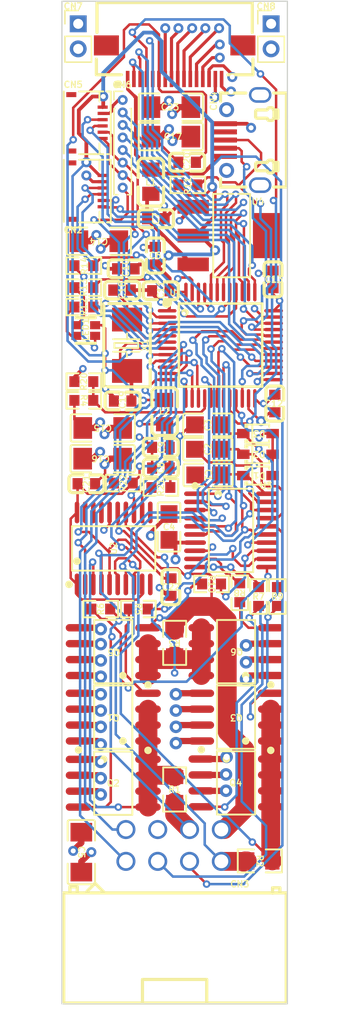
<source format=kicad_pcb>
(kicad_pcb (version 20240108) (generator "pcbnew") (generator_version "8.0")
  (layers (0 "F.Cu" signal) (1 "In1.Cu" power) (2 "In2.Cu" power) (31 "B.Cu" signal) (34 "B.Paste" user) (35 "F.Paste" user) (36 "B.SilkS" user "B.Silkscreen") (37 "F.SilkS" user "F.Silkscreen") (38 "B.Mask" user) (39 "F.Mask" user) (44 "Edge.Cuts" user))
  (net 0 "")
  (net 1 "OUT1")
  (net 2 "OUT2")
  (net 3 "OUT3")
  (net 4 "+VDC")
  (net 5 "GND")
  (net 6 "+3V3")
  (net 7 "+3V3A")
  (net 8 "/RCC_OSC_IN")
  (net 9 "/RCC_OSC_OUT")
  (net 10 "ADC1_IN5{slash}REF")
  (net 11 "+5V")
  (net 12 "USART1_TX")
  (net 13 "USART1_RX")
  (net 14 "I2C1_SCL")
  (net 15 "SPI2_MOSI")
  (net 16 "SPI2_NSS")
  (net 17 "SPI2MISO")
  (net 18 "I2C1_SDA")
  (net 19 "SPI2_SCK")
  (net 24 "USB_D-")
  (net 25 "USB_D+")
  (net 27 "SYS_JTCK-SWCLK")
  (net 28 "SYS_JTMS-SWDIO")
  (net 29 "GPIO_Input_C")
  (net 30 "SYS_JTDI")
  (net 31 "GPIO_Input_A")
  (net 32 "GPIO_Input_B")
  (net 33 "SYS_JTDO-TRACESWO")
  (net 34 "Net-(LED1-G-)")
  (net 35 "Net-(LED1-B-)")
  (net 36 "Net-(LED1-R-)")
  (net 37 "GATE1H")
  (net 38 "SHUNT1")
  (net 39 "GATE1L")
  (net 40 "SHUNT2")
  (net 41 "GATE2H")
  (net 42 "GATE2L")
  (net 43 "SHUNT3")
  (net 44 "GATE3H")
  (net 45 "GATE3L")
  (net 46 "ADC1_IN6")
  (net 47 "TIM2_CH4")
  (net 48 "TIM3_CH1")
  (net 49 "TIM3_CH2")
  (net 50 "BOOT0")
  (net 51 "GPIO_Input_CS")
  (net 52 "ADC1_IN4")
  (net 53 "ADC1_IN2")
  (net 54 "TIM1_CH3N")
  (net 55 "TIM1_CH2N")
  (net 56 "ADC1_IN3")
  (net 57 "TIM1_CH1")
  (net 58 "TIM1_CH2")
  (net 59 "TIM1_CH1N")
  (net 60 "TIM1_CH3")
  (net 67 "/Filtered +5V")
  (net 68 "/Boost Gate 1")
  (net 69 "/Boost Gate 2")
  (net 70 "/Boost Gate 3")
  (net 71 "/HO1")
  (net 72 "/LO1")
  (net 73 "/LO2")
  (net 74 "/LO3")
  (net 75 "/HO2")
  (net 76 "/HO3")
  (net 77 "NRST")
  (net 80 "TIM2_CH3{slash}H3")
  (net 81 "TIM2_CH2{slash}H2")
  (net 82 "TIM2_CH1{slash}H1")
  (footprint "components_footprints:IN4148WS T4 SOD-323_L1.8-W1.3-LS2.5-RD" (layer "F.Cu") (at 65.65 84.5)
    (property "Reference" "D3")
    (property "Value" "~")
  )
  (footprint "components_footprints:IN4148WS T4 SOD-323_L1.8-W1.3-LS2.5-RD" (layer "F.Cu") (at 65.65 86.15)
    (property "Reference" "D2")
    (property "Value" "~")
  )
  (footprint "components_footprints:C1206" (layer "F.Cu") (at 51.55 117.9 -90)
    (property "Reference" "C5")
    (property "Value" "10uF")
  )
  (footprint "components_footprints:C0603" (layer "F.Cu") (at 57.45 70.3 -90)
    (property "Reference" "C6")
    (property "Value" "1uF")
  )
  (footprint "components_footprints:R0603" (layer "F.Cu") (at 57.9 88.8)
    (property "Reference" "R21")
    (property "Value" " 47kΩ")
  )
  (footprint "components_footprints:R0603" (layer "F.Cu") (at 64.2 97.2 90)
    (property "Reference" "R8")
    (property "Value" "10Ω")
  )
  (footprint "components_footprints:C1206" (layer "F.Cu") (at 53.25 86.5)
    (property "Reference" "C16")
    (property "Value" "10uF")
  )
  (footprint "components_footprints:C0603" (layer "F.Cu") (at 54.85 81.9)
    (property "Reference" "C19")
    (property "Value" "30pF")
  )
  (footprint "components_footprints:AO4266E SOIC-8_L4.9-W3.9-P1.27-LS6.0-BL" (layer "F.Cu") (at 54.1 112.4 -90)
    (property "Reference" "Q2")
    (property "Value" "~")
  )
  (footprint "components_footprints:R0603" (layer "F.Cu") (at 56.1 98.5 180)
    (property "Reference" "R5")
    (property "Value" "10Ω")
  )
  (footprint "components_footprints:PinHeader_1x02_P2.00mm_Vertical" (layer "F.Cu") (at 51.3 51.8)
    (property "Reference" "CN7")
    (property "Value" "Conn_01x02_Pin")
  )
  (footprint "components_footprints:IN4148WS T4 SOD-323_L1.8-W1.3-LS2.5-RD" (layer "F.Cu") (at 65.65 87.85)
    (property "Reference" "D1")
    (property "Value" "~")
  )
  (footprint "components_footprints:R0603" (layer "F.Cu") (at 51.75 72.85 180)
    (property "Reference" "R13")
    (property "Value" "1.5kΩ")
  )
  (footprint "components_footprints:C0603" (layer "F.Cu") (at 57.5 67.35 180)
    (property "Reference" "C7")
    (property "Value" "1uF")
  )
  (footprint "components_footprints:AO4266E SOIC-8_L4.9-W3.9-P1.27-LS6.0-BL" (layer "F.Cu") (at 54.1 107.125375 90)
    (property "Reference" "Q1")
    (property "Value" "~")
  )
  (footprint "components_footprints:AO4266E SOIC-8_L4.9-W3.9-P1.27-LS6.0-BL" (layer "F.Cu") (at 63.9 107.125375 90)
    (property "Reference" "Q3")
    (property "Value" "~")
  )
  (footprint "components_footprints:C0805" (layer "F.Cu") (at 61.65 85.75)
    (property "Reference" "C2")
    (property "Value" "10nF")
  )
  (footprint "components_footprints:MICRO-USB-SMD_MICRONJ5P-1.0-1.25" (layer "F.Cu") (at 64.4 61.075 90)
    (property "Reference" "CN4")
    (property "Value" "~")
  )
  (footprint "components_footprints:AO4266E SOIC-8_L4.9-W3.9-P1.27-LS6.0-BL" (layer "F.Cu") (at 63.9 112.374625 -90)
    (property "Reference" "Q4")
    (property "Value" "~")
  )
  (footprint "components_footprints:PinHeader_1x02_P2.00mm_Vertical" (layer "F.Cu") (at 66.7 51.8)
    (property "Reference" "CN8")
    (property "Value" "Conn_01x02_Pin")
  )
  (footprint "components_footprints:C0805" (layer "F.Cu") (at 58.55 91.95 -90)
    (property "Reference" "C4")
    (property "Value" "0.1uF")
  )
  (footprint "components_footprints:C0603" (layer "F.Cu") (at 67 82.1 90)
    (property "Reference" "C12")
    (property "Value" "100nF")
  )
  (footprint "components_footprints:FPC-SMD_6P-P0.50_L3.8-W5.0" (layer "F.Cu") (at 52 59.7 -90)
    (property "Reference" "CN5")
    (property "Value" "~")
  )
  (footprint "components_footprints:C0603" (layer "F.Cu") (at 60 62.85)
    (property "Reference" "C20")
    (property "Value" "100nF")
  )
  (footprint "components_footprints:R0805" (layer "F.Cu") (at 59 112.9 -90)
    (property "Reference" "R1")
    (property "Value" "500mW 10mΩ")
  )
  (footprint "components_footprints:AMS1117-3.3 SOT-223-3_L6.5-W3.4-P2.30-LS7.0-BR" (layer "F.Cu") (at 63.45 68.7 180)
    (property "Reference" "U4")
    (property "Value" "~")
  )
  (footprint "components_footprints:R0603" (layer "F.Cu") (at 51.75 80.35)
    (property "Reference" "R20")
    (property "Value" " 10kΩ")
  )
  (footprint "components_footprints:FPC-SMD_P0.50-16P_FGS-XJ-H2.0" (layer "F.Cu") (at 59 54.864)
    (property "Reference" "CN1" (hide yes))
    (property "Value" "~")
  )
  (footprint "components_footprints:AO4266E SOIC-8_L4.9-W3.9-P1.27-LS6.0-BL" (layer "F.Cu") (at 54.1 101.9 90)
    (property "Reference" "Q5")
    (property "Value" "~")
  )
  (footprint "components_footprints:C0805" (layer "F.Cu") (at 61.67 87.8)
    (property "Reference" "C1")
    (property "Value" "10nF")
  )
  (footprint "components_footprints:L0805" (layer "F.Cu") (at 57.1 64.4 90)
    (property "Reference" "L1")
    (property "Value" "300mΩ")
  )
  (footprint "components_footprints:R0603" (layer "F.Cu") (at 67.2 97.5 -90)
    (property "Reference" "R9")
    (property "Value" "10Ω")
  )
  (footprint "components_footprints:AO4266E SOIC-8_L4.9-W3.9-P1.27-LS6.0-BL" (layer "F.Cu") (at 63.9 101.9 90)
    (property "Reference" "Q6")
    (property "Value" "~")
  )
  (footprint "components_footprints:R0603" (layer "F.Cu") (at 51.75 81.85 180)
    (property "Reference" "R4")
    (property "Value" " 100kΩ")
  )
  (footprint "components_footprints:C0805" (layer "F.Cu") (at 61.65 83.8)
    (property "Reference" "C3")
    (property "Value" "10nF")
  )
  (footprint "components_footprints:C1206" (layer "F.Cu") (at 52.95 69.15)
    (property "Reference" "C14")
    (property "Value" "10uF")
  )
  (footprint "components_footprints:C0603" (layer "F.Cu") (at 57.9 87.25)
    (property "Reference" "C8")
    (property "Value" "100nF")
  )
  (footprint "components_footprints:L0805" (layer "F.Cu") (at 58.2 82.784 -90)
    (property "Reference" "L2")
    (property "Value" "10uH")
  )
  (footprint "components_footprints:R0603" (layer "F.Cu") (at 51.75 71.1)
    (property "Reference" "R14")
    (property "Value" "1.5kΩ")
  )
  (footprint "components_footprints:R0603" (layer "F.Cu") (at 51.75 74.4 180)
    (property "Reference" "R12")
    (property "Value" "1.5kΩ")
  )
  (footprint "components_footprints:FD6288T TSSOP-20_L6.5-W4.4-P0.65-LS6.4-BL" (layer "F.Cu") (at 63.5 92.225 -90)
    (property "Reference" "U3")
    (property "Value" "~")
  )
  (footprint "components_footprints:PinHeader_1x08_P1.00mm_Vertical" (layer "F.Cu") (at 54.85 57.875)
    (property "Reference" "CN6")
    (property "Value" "Conn_01x08_Pin")
  )
  (footprint "components_footprints:C0603" (layer "F.Cu") (at 57.9 85.6)
    (property "Reference" "C9")
    (property "Value" "1uF")
  )
  (footprint "components_footprints:R0603" (layer "F.Cu") (at 53.1 98.5)
    (property "Reference" "R6")
    (property "Value" "10Ω")
  )
  (footprint "components_footprints:C0603" (layer "F.Cu") (at 58.7 96.75 90)
    (property "Reference" "C22")
    (property "Value" "100nF")
  )
  (footprint "components_footprints:R0603" (layer "F.Cu") (at 60.05 64.65 180)
    (property "Reference" "R11")
    (property "Value" "1.5kΩ")
  )
  (footprint "components_footprints:R0805" (layer "F.Cu") (at 65.8 118.6 180)
    (property "Reference" "R2")
    (property "Value" "500mW 10mΩ")
  )
  (footprint "components_footprints:FPC-SMD_6P-P0.50_L3.8-W5.0" (layer "F.Cu") (at 52 65.15 -90)
    (property "Reference" "CN2")
    (property "Value" "~")
  )
  (footprint "components_footprints:C0603" (layer "F.Cu") (at 57.9 73.1)
    (property "Reference" "C11")
    (property "Value" "100nF")
  )
  (footprint "components_footprints:IDC-TH_8P-P2.54-H-R2-C4-S2.54" (layer "F.Cu") (at 58.919 117.366)
    (property "Reference" "CN3")
    (property "Value" "~")
  )
  (footprint "components_footprints:C1206" (layer "F.Cu") (at 58.7 58.45 180)
    (property "Reference" "C23")
    (property "Value" "10uF")
  )
  (footprint "components_footprints:INA4181A1 TSSOP-20_L6.5-W4.4-P0.65-LS6.4-BL" (layer "F.Cu") (at 54.128875 93.663314)
    (property "Reference" "U2")
    (property "Value" "~")
  )
  (footprint "components_footprints:C0603" (layer "F.Cu") (at 66.85 72.2 -90)
    (property "Reference" "C13")
    (property "Value" "100nF")
  )
  (footprint "components_footprints:R0603" (layer "F.Cu") (at 65.7 97.5 90)
    (property "Reference" "R7")
    (property "Value" "10Ω")
  )
  (footprint "components_footprints:CRYSTAL-SMD_L5.0-W3.2" (layer "F.Cu") (at 55.2 77.45 -90)
    (property "Reference" "X1")
    (property "Value" "~")
  )
  (footprint "components_footprints:C1206" (layer "F.Cu") (at 58.7 60.8 180)
    (property "Reference" "C17")
    (property "Value" "10uF")
  )
  (footprint "components_footprints:STM32F103C8T6 LQFP-48_L7.0-W7.0-P0.50-LS9.0-BL" (layer "F.Cu") (at 62.65 77.45 -90)
    (property "Reference" "U1")
    (property "Value" "~")
  )
  (footprint "components_footprints:R0603" (layer "F.Cu") (at 61.9465 96.5 180)
    (property "Reference" "R10")
    (property "Value" "10Ω")
  )
  (footprint "components_footprints:C0603" (layer "F.Cu") (at 54.8 73.05 180)
    (property "Reference" "C18")
    (property "Value" "30pF")
  )
  (footprint "components_footprints:C1206" (layer "F.Cu") (at 53.2575 84.05)
    (property "Reference" "C15")
    (property "Value" "10uF")
  )
  (footprint "components_footprints:C0603" (layer "F.Cu") (at 55.1 71.35)
    (property "Reference" "C10")
    (property "Value" "100nF")
  )
  (footprint "components_footprints:R0603" (layer "F.Cu") (at 54.9 88.45)
    (property "Reference" "R22")
    (property "Value" " 47kΩ")
  )
  (footprint "components_footprints:R0805" (layer "F.Cu") (at 59 101.2 90)
    (property "Reference" "R3")
    (property "Value" "500mW 10mΩ")
  )
  (footprint "components_footprints:LED-ARRAY-SMD_4P-L1.6-W1.5-BR_XL-1615RGBC-RF" (layer "F.Cu") (at 51.9 76.275)
    (property "Reference" "LED1")
    (property "Value" "~")
  )
  (footprint "components_footprints:C0603" (layer "F.Cu") (at 51.95 88.5 180)
    (property "Reference" "C21")
    (property "Value" "100nF")
  )
  (gr_rect (start 50 50) (end 68 130) (stroke (width 0.1)) (fill none) (layer "Edge.Cuts"))
  (segment (start 59 114.907) (end 59 113.9) (width 1.5) (layer "F.Cu") (net 1))
  (segment (start 65.1 90) (end 64 88.9) (width 0.2) (layer "F.Cu") (net 1))
  (segment (start 65 90.9) (end 65.3 90.6) (width 0.2) (layer "F.Cu") (net 1))
  (segment (start 61.79 88.9) (end 60.64 87.75) (width 0.2) (layer "F.Cu") (net 1))
  (segment (start 52.95 94.05) (end 53.153875 94.253875) (width 0.2) (layer "F.Cu") (net 1))
  (segment (start 65 90.9) (end 65.1 90.8) (width 0.2) (layer "F.Cu") (net 1))
  (segment (start 53.153875 94.253875) (end 53.153875 96.534314) (width 0.2) (layer "F.Cu") (net 1))
  (segment (start 65.1 90.8) (end 65.1 90) (width 0.2) (layer "F.Cu") (net 1))
  (segment (start 60.189 116.096) (end 59 114.907) (width 1.5) (layer "F.Cu") (net 1))
  (segment (start 64 88.9) (end 61.79 88.9) (width 0.2) (layer "F.Cu") (net 1))
  (segment (start 65.3 90.6) (end 66.371 90.6) (width 0.2) (layer "F.Cu") (net 1))
  (via (at 65 90.9) (size 0.6) (drill 0.3) (layers "F.Cu" "B.Cu") (net 1))
  (via (at 52.95 94.05) (size 0.6) (drill 0.3) (layers "F.Cu" "B.Cu") (net 1))
  (segment (start 55.55 92.175) (end 56.925 90.8) (width 0.2) (layer "B.Cu") (net 1))
  (segment (start 62.212193 91.81783) (end 63.044363 92.65) (width 0.2) (layer "B.Cu") (net 1))
  (segment (start 52.95 94.05) (end 53.1 94.2) (width 0.2) (layer "B.Cu") (net 1))
  (segment (start 63.584314 92.65) (end 64 92.234314) (width 0.2) (layer "B.Cu") (net 1))
  (segment (start 53.1 94.2) (end 53.1 97.15) (width 0.2) (layer "B.Cu") (net 1))
  (segment (start 54.987255 94.2) (end 55.55 93.637255) (width 0.2) (layer "B.Cu") (net 1))
  (segment (start 55.55 93.637255) (end 55.55 92.175) (width 0.2) (layer "B.Cu") (net 1))
  (segment (start 60.434314 90.8) (end 61.452144 91.81783) (width 0.2) (layer "B.Cu") (net 1))
  (segment (start 56.925 90.8) (end 60.434314 90.8) (width 0.2) (layer "B.Cu") (net 1))
  (segment (start 63.044363 92.65) (end 63.584314 92.65) (width 0.2) (layer "B.Cu") (net 1))
  (segment (start 64 92.234314) (end 64 91.9) (width 0.2) (layer "B.Cu") (net 1))
  (segment (start 53.9 101.7) (end 53.9 109.807) (width 0.2) (layer "B.Cu") (net 1))
  (segment (start 55.3 99.35) (end 55.3 100.3) (width 0.2) (layer "B.Cu") (net 1))
  (segment (start 53.9 109.807) (end 60.189 116.096) (width 0.2) (layer "B.Cu") (net 1))
  (segment (start 61.452144 91.81783) (end 62.212193 91.81783) (width 0.2) (layer "B.Cu") (net 1))
  (segment (start 53.1 94.2) (end 54.987255 94.2) (width 0.2) (layer "B.Cu") (net 1))
  (segment (start 64 91.9) (end 65 90.9) (width 0.2) (layer "B.Cu") (net 1))
  (segment (start 55.3 100.3) (end 53.9 101.7) (width 0.2) (layer "B.Cu") (net 1))
  (segment (start 53.1 97.15) (end 55.3 99.35) (width 0.2) (layer "B.Cu") (net 1))
  (segment (start 65.45 92.55) (end 66.371 92.55) (width 0.2) (layer "F.Cu") (net 2))
  (segment (start 64.6 118.6) (end 64.564 118.636) (width 1.5) (layer "F.Cu") (net 2))
  (segment (start 55.103875 95.353875) (end 55.103875 96.534314) (width 0.2) (layer "F.Cu") (net 2))
  (segment (start 63.9025 87.05) (end 63.6525 86.8) (width 0.2) (layer "F.Cu") (net 2))
  (segment (start 65.077781 92.177781) (end 65.45 92.55) (width 0.2) (layer "F.Cu") (net 2))
  (segment (start 64.6 92.177781) (end 65.077781 92.177781) (width 0.2) (layer "F.Cu") (net 2))
  (segment (start 64.5 90.249265) (end 64.4 90.349265) (width 0.2) (layer "F.Cu") (net 2))
  (segment (start 65.35 87.05) (end 63.9025 87.05) (width 0.2) (layer "F.Cu") (net 2))
  (segment (start 64.564 118.636) (end 62.729 118.636) (width 1.5) (layer "F.Cu") (net 2))
  (segment (start 61.67 86.8) (end 60.62 85.75) (width 0.2) (layer "F.Cu") (net 2))
  (segment (start 54.85 95.1) (end 55.103875 95.353875) (width 0.2) (layer "F.Cu") (net 2))
  (segment (start 64.4 91.977781) (end 64.6 92.177781) (width 0.2) (layer "F.Cu") (net 2))
  (segment (start 64.8 118.6) (end 64.6 118.6) (width 1.5) (layer "F.Cu") (net 2))
  (segment (start 64.6 118.6) (end 64.5 118.7) (width 1.5) (layer "F.Cu") (net 2))
  (segment (start 64.4 90.349265) (end 64.4 91.977781) (width 0.2) (layer "F.Cu") (net 2))
  (segment (start 63.6525 86.8) (end 61.67 86.8) (width 0.2) (layer "F.Cu") (net 2))
  (via (at 64.5 90.249265) (size 0.6) (drill 0.3) (layers "F.Cu" "B.Cu") (net 2))
  (via (at 64.6 92.177781) (size 0.6) (drill 0.3) (layers "F.Cu" "B.Cu") (net 2))
  (via (at 54.85 95.1) (size 0.6) (drill 0.3) (layers "F.Cu" "B.Cu") (net 2))
  (via (at 65.35 87.05) (size 0.6) (drill 0.3) (layers "F.Cu" "B.Cu") (net 2))
  (segment (start 65.35 87.05) (end 64.35 88.05) (width 0.2) (layer "B.Cu") (net 2))
  (segment (start 57.090686 91.2) (end 60.268628 91.2) (width 0.2) (layer "B.Cu") (net 2))
  (segment (start 55.7 95.95) (end 55.7 100.465686) (width 0.2) (layer "B.Cu") (net 2))
  (segment (start 54.3 108.5) (end 61.4 115.6) (width 0.2) (layer "B.Cu") (net 2))
  (segment (start 64.35 88.05) (end 64.35 90.099265) (width 0.2) (layer "B.Cu") (net 2))
  (segment (start 55.95 93.802941) (end 55.95 92.340686) (width 0.2) (layer "B.Cu") (net 2))
  (segment (start 61.286458 92.21783) (end 62.046507 92.21783) (width 0.2) (layer "B.Cu") (net 2))
  (segment (start 55.95 92.340686) (end 57.090686 91.2) (width 0.2) (layer "B.Cu") (net 2))
  (segment (start 54.85 95.1) (end 54.85 94.902941) (width 0.2) (layer "B.Cu") (net 2))
  (segment (start 54.85 94.902941) (end 55.95 93.802941) (width 0.2) (layer "B.Cu") (net 2))
  (segment (start 64.35 90.099265) (end 64.5 90.249265) (width 0.2) (layer "B.Cu") (net 2))
  (segment (start 62.878677 93.05) (end 63.75 93.05) (width 0.2) (layer "B.Cu") (net 2))
  (segment (start 63.75 93.05) (end 64.6 92.2) (width 0.2) (layer "B.Cu") (net 2))
  (segment (start 62.046507 92.21783) (end 62.878677 93.05) (width 0.2) (layer "B.Cu") (net 2))
  (segment (start 60.268628 91.2) (end 61.286458 92.21783) (width 0.2) (layer "B.Cu") (net 2))
  (segment (start 64.6 92.2) (end 64.6 92.177781) (width 0.2) (layer "B.Cu") (net 2))
  (segment (start 61.4 115.6) (end 61.4 117.307) (width 0.2) (layer "B.Cu") (net 2))
  (segment (start 55.7 100.465686) (end 54.3 101.865686) (width 0.2) (layer "B.Cu") (net 2))
  (segment (start 54.3 101.865686) (end 54.3 108.5) (width 0.2) (layer "B.Cu") (net 2))
  (segment (start 61.4 117.307) (end 62.729 118.636) (width 0.2) (layer "B.Cu") (net 2))
  (segment (start 54.85 95.1) (end 55.7 95.95) (width 0.2) (layer "B.Cu") (net 2))
  (segment (start 59.25 95.25) (end 59.85 95.85) (width 0.2) (layer "F.Cu") (net 3))
  (segment (start 60.05 95.85) (end 60.2 95.7) (width 0.2) (layer "F.Cu") (net 3))
  (segment (start 63.64244 94.39244) (end 64.3 95.05) (width 0.2) (layer "F.Cu") (net 3))
  (segment (start 57.929901 95.25) (end 59.25 95.25) (width 0.2) (layer "F.Cu") (net 3))
  (segment (start 54.955636 92.275735) (end 57.929901 95.25) (width 0.2) (layer "F.Cu") (net 3))
  (segment (start 64.3 95.05) (end 64.925174 95.05) (width 0.2) (layer "F.Cu") (net 3))
  (segment (start 61.95 95.90375) (end 61.95 98.15) (width 0.2) (layer "F.Cu") (net 3))
  (segment (start 63.2 108.29939) (end 64.6 109.69939) (width 1.5) (layer "F.Cu") (net 3))
  (segment (start 60.295893 83.8) (end 60.62 83.8) (width 0.2) (layer "F.Cu") (net 3))
  (segment (start 64.6 114.467767) (end 62.971767 116.096) (width 1.5) (layer "F.Cu") (net 3))
  (segment (start 64.6 109.69939) (end 64.6 114.467767) (width 1.5) (layer "F.Cu") (net 3))
  (segment (start 59 100.2) (end 59 99.55) (width 1.5) (layer "F.Cu") (net 3))
  (segment (start 61.95 98.15) (end 62.095 98.295) (width 0.2) (layer "F.Cu") (net 3))
  (segment (start 60.62 83.8) (end 60.62 83.9) (width 0.2) (layer "F.Cu") (net 3))
  (segment (start 62.095 98.295) (end 63.2 99.4) (width 1.5) (layer "F.Cu") (net 3))
  (segment (start 63.64244 93.675735) (end 63.64244 94.39244) (width 0.2) (layer "F.Cu") (net 3))
  (segment (start 60.255 98.295) (end 62.095 98.295) (width 1.5) (layer "F.Cu") (net 3))
  (segment (start 60.2 95.7) (end 61.74625 95.7) (width 0.2) (layer "F.Cu") (net 3))
  (segment (start 54.453875 92.17961) (end 54.453875 90.792314) (width 0.2) (layer "F.Cu") (net 3))
  (segment (start 62.971767 116.096) (end 62.729 116.096) (width 1.5) (layer "F.Cu") (net 3))
  (segment (start 65.475174 94.5) (end 66.371 94.5) (width 0.2) (layer "F.Cu") (net 3))
  (segment (start 63.2 99.4) (end 63.2 108.29939) (width 1.5) (layer "F.Cu") (net 3))
  (segment (start 61.74625 95.7) (end 61.95 95.90375) (width 0.2) (layer "F.Cu") (net 3))
  (segment (start 54.55 92.275735) (end 54.453875 92.17961) (width 0.2) (layer "F.Cu") (net 3))
  (segment (start 59.85 95.85) (end 60.05 95.85) (width 0.2) (layer "F.Cu") (net 3))
  (segment (start 54.55 92.275735) (end 54.955636 92.275735) (width 0.2) (layer "F.Cu") (net 3))
  (segment (start 59.4 84.695893) (end 60.295893 83.8) (width 0.2) (layer "F.Cu") (net 3))
  (segment (start 59 99.55) (end 60.255 98.295) (width 1.5) (layer "F.Cu") (net 3))
  (segment (start 64.925174 95.05) (end 65.475174 94.5) (width 0.2) (layer "F.Cu") (net 3))
  (via (at 54.55 92.275735) (size 0.6) (drill 0.3) (layers "F.Cu" "B.Cu") (net 3))
  (via (at 60.05 95.85) (size 0.6) (drill 0.3) (layers "F.Cu" "B.Cu") (net 3))
  (via (at 59.4 84.695893) (size 0.6) (drill 0.3) (layers "F.Cu" "B.Cu") (net 3))
  (via (at 63.64244 93.675735) (size 0.6) (drill 0.3) (layers "F.Cu" "B.Cu") (net 3))
  (segment (start 60.05 95.85) (end 60.05 95.785785) (width 0.2) (layer "B.Cu") (net 3))
  (segment (start 60.05 95.785785) (end 61.685785 94.15) (width 0.2) (layer "B.Cu") (net 3))
  (segment (start 54.55 91.816245) (end 59.4 86.966245) (width 0.2) (layer "B.Cu") (net 3))
  (segment (start 59.4 86.966245) (end 59.4 84.695893) (width 0.2) (layer "B.Cu") (net 3))
  (segment (start 54.55 92.275735) (end 54.55 91.816245) (width 0.2) (layer "B.Cu") (net 3))
  (segment (start 63.168175 94.15) (end 63.64244 93.675735) (width 0.2) (layer "B.Cu") (net 3))
  (segment (start 61.685785 94.15) (end 63.168175 94.15) (width 0.2) (layer "B.Cu") (net 3))
  (segment (start 59.35 58.45) (end 60.2925 58.45) (width 0.5) (layer "F.Cu") (net 4))
  (segment (start 52.5 86.5) (end 53.05 85.95) (width 0.5) (layer "F.Cu") (net 4))
  (segment (start 53.005 103.805) (end 53.1 103.9) (width 0.5) (layer "F.Cu") (net 4))
  (segment (start 58.77 93.2) (end 60.629 93.2) (width 0.3) (layer "F.Cu") (net 4))
  (segment (start 53.065 101.265) (end 53.1 101.3) (width 0.5) (layer "F.Cu") (net 4))
  (segment (start 66.8225 84.5) (end 66.8225 86.15) (width 0.2) (layer "F.Cu") (net 4))
  (segment (start 51.6575 86.5) (end 52.5 86.5) (width 0.5) (layer "F.Cu") (net 4))
  (segment (start 62.248 56.204) (end 62.248 57.602) (width 0.25) (layer "F.Cu") (net 4))
  (segment (start 51.3275 105.220375) (end 53.020375 105.220375) (width 0.5) (layer "F.Cu") (net 4))
  (segment (start 58.8 59) (end 59.35 58.45) (width 0.5) (layer "F.Cu") (net 4))
  (segment (start 61.1275 105.220375) (end 59.179625 105.220375) (width 0.5) (layer "F.Cu") (net 4))
  (segment (start 59.069975 93.499975) (end 58.55 92.98) (width 0.3) (layer "F.Cu") (net 4))
  (segment (start 59.269625 109.030375) (end 61.1275 109.030375) (width 0.5) (layer "F.Cu") (net 4))
  (segment (start 62.9 55.15) (end 62.05 55.15) (width 0.25) (layer "F.Cu") (net 4))
  (segment (start 60.748 55.002) (end 60.748 56.204) (width 0.25) (layer "F.Cu") (net 4))
  (segment (start 53.020375 105.220375) (end 53.1 105.3) (width 0.5) (layer "F.Cu") (net 4))
  (segment (start 52.830375 109.030375) (end 53.1 109.3) (width 0.5) (layer "F.Cu") (net 4))
  (segment (start 62 54.5) (end 61.248 55.252) (width 0.25) (layer "F.Cu") (net 4))
  (segment (start 52.3 117.9) (end 51.55 118.65) (width 0.5) (layer "F.Cu") (net 4))
  (segment (start 52.25 69.15) (end 52.75 68.65) (width 0.5) (layer "F.Cu") (net 4))
  (segment (start 66.1 84.5) (end 65.75 84.85) (width 0.2) (layer "F.Cu") (net 4))
  (segment (start 61.748 55.452) (end 61.748 56.204) (width 0.25) (layer "F.Cu") (net 4))
  (segment (start 59.1 109.2) (end 59.269625 109.030375) (width 0.5) (layer "F.Cu") (net 4))
  (segment (start 51.665 84.05) (end 52.6 84.05) (width 0.5) (layer "F.Cu") (net 4))
  (segment (start 52.35 117.9) (end 52.3 117.9) (width 0.5) (layer "F.Cu") (net 4))
  (segment (start 52.960375 107.760375) (end 53.1 107.9) (width 0.5) (layer "F.Cu") (net 4))
  (segment (start 52.6 84.05) (end 53.05 83.6) (width 0.5) (layer "F.Cu") (net 4))
  (segment (start 62.6 53.45) (end 62.3 53.45) (width 0.25) (layer "F.Cu") (net 4))
  (segment (start 51.3275 99.995) (end 52.995 99.995) (width 0.5) (layer "F.Cu") (net 4))
  (segment (start 59.209625 106.490375) (end 59.1 106.6) (width 0.5) (layer "F.Cu") (net 4))
  (segment (start 58.55 92.98) (end 58.77 93.2) (width 0.3) (layer "F.Cu") (net 4))
  (segment (start 62.05 55.15) (end 61.748 55.452) (width 0.25) (layer "F.Cu") (net 4))
  (segment (start 51.55 118.65) (end 51.55 119.4925) (width 0.5) (layer "F.Cu") (net 4))
  (segment (start 51.3275 102.535) (end 53.035 102.535) (width 0.5) (layer "F.Cu") (net 4))
  (segment (start 51.3275 107.760375) (end 52.960375 107.760375) (width 0.5) (layer "F.Cu") (net 4))
  (segment (start 66.8225 84.5) (end 66.1 84.5) (width 0.2) (layer "F.Cu") (net 4))
  (segment (start 66.8225 87.85) (end 66.8225 86.15) (width 0.2) (layer "F.Cu") (net 4))
  (segment (start 51.3275 109.030375) (end 52.830375 109.030375) (width 0.5) (layer "F.Cu") (net 4))
  (segment (start 58.824722 61.161527) (end 59.186249 60.8) (width 0.5) (layer "F.Cu") (net 4))
  (segment (start 50.9965 83.3815) (end 51.665 84.05) (width 0.2) (layer "F.Cu") (net 4))
  (segment (start 62.6 54.5) (end 62 54.5) (width 0.25) (layer "F.Cu") (net 4))
  (segment (start 59.069975 94.55) (end 59.069975 93.499975) (width 0.3) (layer "F.Cu") (net 4))
  (segment (start 50.9965 81.85) (end 50.9965 83.3815) (width 0.2) (layer "F.Cu") (net 4))
  (segment (start 62.248 57.602) (end 62.2 57.65) (width 0.25) (layer "F.Cu") (net 4))
  (segment (start 51.3275 103.805) (end 53.005 103.805) (width 0.5) (layer "F.Cu") (net 4))
  (segment (start 62.748 56.798) (end 63.15 57.2) (width 0.25) (layer "F.Cu") (net 4))
  (segment (start 59.186249 60.8) (end 60.2925 60.8) (width 0.5) (layer "F.Cu") (net 4))
  (segment (start 63.6 55.85) (end 62.9 55.15) (width 0.25) (layer "F.Cu") (net 4))
  (segment (start 53.035 102.535) (end 53.1 102.6) (width 0.5) (layer "F.Cu") (net 4))
  (segment (start 51.3575 69.15) (end 52.25 69.15) (width 0.5) (layer "F.Cu") (net 4))
  (segment (start 59.239625 107.760375) (end 61.1275 107.760375) (width 0.5) (layer "F.Cu") (net 4))
  (segment (start 52.990375 106.490375) (end 53.1 106.6) (width 0.5) (layer "F.Cu") (net 4))
  (segment (start 62.3 53.45) (end 60.748 55.002) (width 0.25) (layer "F.Cu") (net 4))
  (segment (start 51.3275 106.490375) (end 52.990375 106.490375) (width 0.5) (layer "F.Cu") (net 4))
  (segment (start 61.248 55.252) (end 61.248 56.204) (width 0.25) (layer "F.Cu") (net 4))
  (segment (start 61.1275 106.490375) (end 59.209625 106.490375) (width 0.5) (layer "F.Cu") (net 4))
  (segment (start 51.3275 101.265) (end 53.065 101.265) (width 0.5) (layer "F.Cu") (net 4))
  (segment (start 59.179625 105.220375) (end 59.1 105.3) (width 0.5) (layer "F.Cu") (net 4))
  (segment (start 52.995 99.995) (end 53.1 100.1) (width 0.5) (layer "F.Cu") (net 4))
  (segment (start 63.15 57.2) (end 63.5 57.2) (width 0.25) (layer "F.Cu") (net 4))
  (segment (start 63.6 56.05) (end 63.6 55.85) (width 0.25) (layer "F.Cu") (net 4))
  (segment (start 62.748 56.204) (end 62.748 56.798) (width 0.25) (layer "F.Cu") (net 4))
  (segment (start 59.1 107.9) (end 59.239625 107.760375) (width 0.5) (layer "F.Cu") (net 4))
  (via (at 53.05 85.95) (size 0.8) (drill 0.4) (layers "F.Cu" "B.Cu") (net 4))
  (via (at 53.1 107.9) (size 1) (drill 0.5) (layers "F.Cu" "B.Cu") (net 4))
  (via (at 59.1 106.6) (size 1) (drill 0.5) (layers "F.Cu" "B.Cu") (net 4))
  (via (at 58.824722 61.161527) (size 0.8) (drill 0.4) (layers "F.Cu" "B.Cu") (net 4))
  (via (at 53.1 105.3) (size 1) (drill 0.5) (layers "F.Cu" "B.Cu") (net 4))
  (via (at 65.75 84.85) (size 0.6) (drill 0.3) (layers "F.Cu" "B.Cu") (net 4))
  (via (at 58.8 59) (size 0.8) (drill 0.4) (layers "F.Cu" "B.Cu") (net 4))
  (via (at 62.2 57.65) (size 0.8) (drill 0.4) (layers "F.Cu" "B.Cu") (net 4))
  (via (at 59.1 105.3) (size 1) (drill 0.5) (layers "F.Cu" "B.Cu") (net 4))
  (via (at 62.6 53.45) (size 0.8) (drill 0.4) (layers "F.Cu" "B.Cu") (net 4))
  (via (at 53.1 102.6) (size 1) (drill 0.5) (layers "F.Cu" "B.Cu") (net 4))
  (via (at 53.1 100.1) (size 1) (drill 0.5) (layers "F.Cu" "B.Cu") (net 4))
  (via (at 62.6 54.5) (size 0.8) (drill 0.4) (layers "F.Cu" "B.Cu") (net 4))
  (via (at 59.069975 94.55) (size 0.8) (drill 0.4) (layers "F.Cu" "B.Cu") (net 4))
  (via (at 63.6 56.05) (size 0.8) (drill 0.4) (layers "F.Cu" "B.Cu") (net 4))
  (via (at 59.1 107.9) (size 1) (drill 0.5) (layers "F.Cu" "B.Cu") (net 4))
  (via (at 52.35 117.9) (size 0.8) (drill 0.4) (layers "F.Cu" "B.Cu") (net 4))
  (via (at 53.05 83.6) (size 0.8) (drill 0.4) (layers "F.Cu" "B.Cu") (net 4))
  (via (at 53.1 101.3) (size 1) (drill 0.5) (layers "F.Cu" "B.Cu") (net 4))
  (via (at 59.1 109.2) (size 1) (drill 0.5) (layers "F.Cu" "B.Cu") (net 4))
  (via (at 53.1 106.6) (size 1) (drill 0.5) (layers "F.Cu" "B.Cu") (net 4))
  (via (at 52.75 68.65) (size 0.8) (drill 0.4) (layers "F.Cu" "B.Cu") (net 4))
  (via (at 53.1 103.9) (size 1) (drill 0.5) (layers "F.Cu" "B.Cu") (net 4))
  (via (at 63.5 57.2) (size 0.8) (drill 0.4) (layers "F.Cu" "B.Cu") (net 4))
  (via (at 53.1 109.3) (size 1) (drill 0.5) (layers "F.Cu" "B.Cu") (net 4))
  (segment (start 53.45 71.1) (end 53.7 71.35) (width 0.3) (layer "F.Cu") (net 5))
  (segment (start 56.499265 69.649265) (end 56.54853 69.6) (width 0.3) (layer "F.Cu") (net 5))
  (segment (start 65.689951 71.710049) (end 66.639951 71.710049) (width 0.2) (layer "F.Cu") (net 5))
  (segment (start 64.914997 102.535) (end 66.6725 102.535) (width 0.5) (layer "F.Cu") (net 5))
  (segment (start 66.048529 75.2) (end 66.9 75.2) (width 0.2) (layer "F.Cu") (net 5))
  (segment (start 53.8 58.95) (end 54.05 58.7) (width 0.25) (layer "F.Cu") (net 5))
  (segment (start 64.7 104.1) (end 64.995 103.805) (width 0.5) (layer "F.Cu") (net 5))
  (segment (start 57.2 73.3) (end 57.2 73.1) (width 0.3) (layer "F.Cu") (net 5))
  (segment (start 53.85 86.5) (end 54.8425 86.5) (width 0.5) (layer "F.Cu") (net 5))
  (segment (start 64.9 82.55) (end 64.9 81.7) (width 0.2) (layer "F.Cu") (net 5))
  (segment (start 58.55 60.2) (end 57.95 60.8) (width 0.5) (layer "F.Cu") (net 5))
  (segment (start 51.675 79.325) (end 50.9965 80.0035) (width 0.3) (layer "F.Cu") (net 5))
  (segment (start 57.95 60.8) (end 57.1075 60.8) (width 0.5) (layer "F.Cu") (net 5))
  (segment (start 62.025 93.55) (end 61.725 93.85) (width 0.2) (layer "F.Cu") (net 5))
  (segment (start 51.3275 111.765) (end 52.865 111.765) (width 0.5) (layer "F.Cu") (net 5))
  (segment (start 54.15 81.9) (end 54.15 81.59822) (width 0.3) (layer "F.Cu") (net 5))
  (segment (start 53.9 84.05) (end 53.4 84.55) (width 0.5) (layer "F.Cu") (net 5))
  (segment (start 58.748 52.952) (end 58.748 56.204) (width 0.25) (layer "F.Cu") (net 5))
  (segment (start 65.9 83.5) (end 65.85 83.5) (width 0.2) (layer "F.Cu") (net 5))
  (segment (start 65.85 83.5) (end 64.9 82.55) (width 0.2) (layer "F.Cu") (net 5))
  (segment (start 56.375735 84.775735) (end 57.2 85.6) (width 0.2) (layer "F.Cu") (net 5))
  (segment (start 58.55 90.72) (end 58.55 90.92) (width 0.3) (layer "F.Cu") (net 5))
  (segment (start 59.378677 67.521323) (end 60.48 66.42) (width 0.3) (layer "F.Cu") (net 5))
  (segment (start 54.15 81.59822) (end 53.47589 80.92411) (width 0.3) (layer "F.Cu") (net 5))
  (segment (start 53.1 110.7) (end 52.895 110.495) (width 0.5) (layer "F.Cu") (net 5))
  (segment (start 52.65 88.5) (end 53.4 87.75) (width 0.2) (layer "F.Cu") (net 5))
  (segment (start 53.25 64.4) (end 52.45 64.4) (width 0.25) (layer "F.Cu") (net 5))
  (segment (start 53.4 86.95) (end 53.85 86.5) (width 0.5) (layer "F.Cu") (net 5))
  (segment (start 58.036 58.45) (end 57.1075 58.45) (width 0.5) (layer "F.Cu") (net 5))
  (segment (start 60.4 72.25) (end 60.4 73.2) (width 0.2) (layer "F.Cu") (net 5))
  (segment (start 65.9 83.5) (end 66.55 82.85) (width 0.2) (layer "F.Cu") (net 5))
  (segment (start 53.4465 87.75) (end 54.1465 88.45) (width 0.2) (layer "F.Cu") (net 5))
  (segment (start 59.3 52.4) (end 58.748 52.952) (width 0.25) (layer "F.Cu") (net 5))
  (segment (start 54.5425 69.15) (end 53.694096 69.15) (width 0.5) (layer "F.Cu") (net 5))
  (segment (start 65.95 83.55) (end 65.95 83.55) (width 0.2) (layer "F.Cu") (net 5))
  (segment (start 61.45 52.25) (end 59.748 53.952) (width 0.25) (layer "F.Cu") (net 5))
  (segment (start 62.980375 110.469625) (end 61.1275 110.469625) (width 0.5) (layer "F.Cu") (net 5))
  (segment (start 55.5 73.05) (end 57.15 73.05) (width 0.3) (layer "F.Cu") (net 5))
  (segment (start 54.85 84.05) (end 53.9 84.05) (width 0.5) (layer "F.Cu") (net 5))
  (segment (start 58.55 57.936) (end 58.036 58.45) (width 0.5) (layer "F.Cu") (net 5))
  (segment (start 56.54853 69.6) (end 57.45 69.6) (width 0.3) (layer "F.Cu") (net 5))
  (segment (start 52.835 113.035) (end 53.1 113.3) (width 0.5) (layer "F.Cu") (net 5))
  (segment (start 61.725 93.85) (end 60.629 93.85) (width 0.2) (layer "F.Cu") (net 5))
  (segment (start 58.178677 66.321323) (end 58.2 66.342646) (width 0.3) (layer "F.Cu") (net 5))
  (segment (start 63.090375 113.009625) (end 63.1 113) (width 0.5) (layer "F.Cu") (net 5))
  (segment (start 60.4 52.2) (end 59.248 53.352) (width 0.25) (layer "F.Cu") (net 5))
  (segment (start 53.7 71.35) (end 54.4 71.35) (width 0.3) (layer "F.Cu") (net 5))
  (segment (start 60.4 52.15) (end 60.4 52.2) (width 0.25) (layer "F.Cu") (net 5))
  (segment (start 59.35 72.05) (end 60.2 72.05) (width 0.2) (layer "F.Cu") (net 5))
  (segment (start 61.1275 113.009625) (end 63.090375 113.009625) (width 0.5) (layer "F.Cu") (net 5))
  (segment (start 57.1 78.2) (end 58.4 78.2) (width 0.2) (layer "F.Cu") (net 5))
  (segment (start 59.25 72.15) (end 59.35 72.05) (width 0.2) (layer "F.Cu") (net 5))
  (segment (start 52.895 110.495) (end 51.3275 110.495) (width 0.5) (layer "F.Cu") (net 5))
  (segment (start 58.248 56.204) (end 58.248 52.152) (width 0.25) (layer "F.Cu") (net 5))
  (segment (start 58.433273 97.35) (end 58.65 97.35) (width 0.2) (layer "F.Cu") (net 5))
  (segment (start 57.1 92.37) (end 57.1 92.65) (width 0.3) (layer "F.Cu") (net 5))
  (segment (start 53.4465 86.9965) (end 53.4 86.95) (width 0.2) (layer "F.Cu") (net 5))
  (segment (start 53.803875 91.74686) (end 53.803875 90.792314) (width 0.2) (layer "F.Cu") (net 5))
  (segment (start 64.775 59.775) (end 65.1 60.1) (width 0.3) (layer "F.Cu") (net 5))
  (segment (start 66.639951 71.710049) (end 66.85 71.5) (width 0.2) (layer "F.Cu") (net 5))
  (segment (start 58.435874 97.45) (end 58.7 97.45) (width 0.3) (layer "F.Cu") (net 5))
  (segment (start 65.37726 74.528731) (end 66.048529 75.2) (width 0.2) (layer "F.Cu") (net 5))
  (segment (start 58.248 52.152) (end 58.25 52.15) (width 0.25) (layer "F.Cu") (net 5))
  (segment (start 60.48 66.4) (end 59.15 66.4) (width 0.3) (layer "F.Cu") (net 5))
  (segment (start 59.3 62.85) (end 57.25 60.8) (width 0.2) (layer "F.Cu") (net 5))
  (segment (start 59.3 52.15) (end 59.3 52.4) (width 0.25) (layer "F.Cu") (net 5))
  (segment (start 51.3275 113.035) (end 52.835 113.035) (width 0.5) (layer "F.Cu") (net 5))
  (segment (start 54.525 57.875) (end 54.85 57.875) (width 0.25) (layer "F.Cu") (net 5))
  (segment (start 57.2 85.6) (end 57.2 87.25) (width 0.2) (layer "F.Cu") (net 5))
  (segment (start 60.248 54.452) (end 60.248 56.204) (width 0.25) (layer "F.Cu") (net 5))
  (segment (start 64.7 102.749997) (end 64.914997 102.535) (width 0.5) (layer "F.Cu") (net 5))
  (segment (start 52.865 111.765) (end 53.1 112) (width 0.5) (layer "F.Cu") (net 5))
  (segment (start 54.05 58.7) (end 54.05 58.35) (width 0.25) (layer "F.Cu") (net 5))
  (segment (start 57.780437 96.794563) (end 58.435874 97.45) (width 0.3) (layer "F.Cu") (net 5))
  (segment (start 51.55 117.15) (end 51.55 116.3075) (width 0.5) (layer "F.Cu") (net 5))
  (segment (start 50.9 117.8) (end 51.55 117.15) (width 0.5) (layer "F.Cu") (net 5))
  (segment (start 50.9965 80.0035) (end 50.9965 80.35) (width 0.3) (layer "F.Cu") (net 5))
  (segment (start 54.05 58.35) (end 54.525 57.875) (width 0.25) (layer "F.Cu") (net 5))
  (segment (start 63.060375 111.739625) (end 63.1 111.7) (width 0.5) (layer "F.Cu") (net 5))
  (segment (start 53.4 87.75) (end 53.4465 87.75) (width 0.2) (layer "F.Cu") (net 5))
  (segment (start 61.1275 111.739625) (end 63.060375 111.739625) (width 0.5) (layer "F.Cu") (net 5))
  (segment (start 66.55 82.85) (end 66.9 82.85) (width 0.2) (layer "F.Cu") (net 5))
  (segment (start 58.2 66.342646) (end 58.2 67.35) (width 0.3) (layer "F.Cu") (net 5))
  (segment (start 57.9 74) (end 57.2 73.3) (width 0.3) (layer "F.Cu") (net 5))
  (segment (start 64.835 101.265) (end 66.6725 101.265) (width 0.5) (layer "F.Cu") (net 5))
  (segment (start 53.4465 87.75) (end 53.4465 86.9965) (width 0.2) (layer "F.Cu") (net 5))
  (segment (start 64.995 103.805) (end 66.6725 103.805) (width 0.5) (layer "F.Cu") (net 5))
  (segment (start 60.48 66.42) (end 60.48 66.4) (width 0.3) (layer "F.Cu") (net 5))
  (segment (start 57.25 60.8) (end 57.1075 60.8) (width 0.2) (layer "F.Cu") (net 5))
  (segment (start 62.55 52.15) (end 60.248 54.452) (width 0.25) (layer "F.Cu") (net 5))
  (segment (start 62.9725 59.775) (end 64.775 59.775) (width 0.3) (layer "F.Cu") (net 5))
  (segment (start 53.35 92.200735) (end 53.803875 91.74686) (width 0.2) (layer "F.Cu") (net 5))
  (segment (start 53.25 58.95) (end 53.8 58.95) (width 0.25) (layer "F.Cu") (net 5))
  (segment (start 57 78.3) (end 57.1 78.2) (width 0.2) (layer "F.Cu") (net 5))
  (segment (start 61.45 52.15) (end 61.45 52.25) (width 0.25) (layer "F.Cu") (net 5))
  (segment (start 57.15 73.05) (end 57.2 73.1) (width 0.3) (layer "F.Cu") (net 5))
  (segment (start 60.2 72.05) (end 60.4 72.25) (width 0.2) (layer "F.Cu") (net 5))
  (segment (start 59.748 53.952) (end 59.748 56.204) (width 0.25) (layer "F.Cu") (net 5))
  (segment (start 59.15 66.4) (end 58.2 67.35) (width 0.3) (layer "F.Cu") (net 5))
  (segment (start 56.175735 84.775735) (end 56.375735 84.775735) (width 0.2) (layer "F.Cu") (net 5))
  (segment (start 52.45 64.4) (end 51.95 63.9) (width 0.25) (layer "F.Cu") (net 5))
  (segment (start 58.55 90.92) (end 57.1 92.37) (width 0.3) (layer "F.Cu") (net 5))
  (segment (start 64.7 101.4) (end 64.835 101.265) (width 0.5) (layer "F.Cu") (net 5))
  (segment (start 63.15 110.3) (end 62.980375 110.469625) (width 0.5) (layer "F.Cu") (net 5))
  (segment (start 59.248 53.352) (end 59.248 56.204) (width 0.25) (layer "F.Cu") (net 5))
  (segment (start 53.694096 69.15) (end 53.09133 69.752766) (width 0.5) (layer "F.Cu") (net 5))
  (via (at 53.4 86.95) (size 0.8) (drill 0.4) (layers "F.Cu" "B.Cu") (net 5))
  (via (at 58.55 60.2) (size 0.8) (drill 0.4) (layers "F.Cu" "B.Cu") (net 5))
  (via (at 61.45 52.15) (size 0.8) (drill 0.4) (layers "F.Cu" "B.Cu") (net 5))
  (via (at 53.45 71.1) (size 0.6) (drill 0.3) (layers "F.Cu" "B.Cu") (net 5))
  (via (at 53.47589 80.92411) (size 0.6) (drill 0.3) (layers "F.Cu" "B.Cu") (net 5))
  (via (at 57.780437 96.794563) (size 0.6) (drill 0.3) (layers "F.Cu" "B.Cu") (net 5))
  (via (at 58.25 52.15) (size 0.8) (drill 0.4) (layers "F.Cu" "B.Cu") (net 5))
  (via (at 63.1 111.7) (size 1) (drill 0.5) (layers "F.Cu" "B.Cu") (net 5))
  (via (at 64.7 101.4) (size 1) (drill 0.5) (layers "F.Cu" "B.Cu") (net 5))
  (via (at 57 78.3) (size 0.6) (drill 0.3) (layers "F.Cu" "B.Cu") (net 5))
  (via (at 51.95 63.9) (size 0.8) (drill 0.4) (layers "F.Cu" "B.Cu") (net 5))
  (via (at 56.499265 69.649265) (size 0.6) (drill 0.3) (layers "F.Cu" "B.Cu") (net 5))
  (via (at 53.1 113.3) (size 1) (drill 0.5) (layers "F.Cu" "B.Cu") (net 5))
  (via (at 53.1 112) (size 1) (drill 0.5) (layers "F.Cu" "B.Cu") (net 5))
  (via (at 53.09133 69.752766) (size 0.8) (drill 0.4) (layers "F.Cu" "B.Cu") (net 5))
  (via (at 64.7 102.749997) (size 1) (drill 0.5) (layers "F.Cu" "B.Cu") (net 5))
  (via (at 53.35 92.200735) (size 0.6) (drill 0.3) (layers "F.Cu" "B.Cu") (net 5))
  (via (at 50.9 117.8) (size 0.8) (drill 0.4) (layers "F.Cu" "B.Cu") (net 5))
  (via (at 59.378677 67.521323) (size 0.6) (drill 0.3) (layers "F.Cu" "B.Cu") (net 5))
  (via (at 56.175735 84.775735) (size 0.6) (drill 0.3) (layers "F.Cu" "B.Cu") (net 5))
  (via (at 58.55 57.936) (size 0.8) (drill 0.4) (layers "F.Cu" "B.Cu") (net 5))
  (via (at 59.3 52.15) (size 0.8) (drill 0.4) (layers "F.Cu" "B.Cu") (net 5))
  (via (at 63.1 113) (size 1) (drill 0.5) (layers "F.Cu" "B.Cu") (net 5))
  (via (at 62.025 93.55) (size 0.6) (drill 0.3) (layers "F.Cu" "B.Cu") (net 5))
  (via (at 65.9 83.5) (size 0.8) (drill 0.4) (layers "F.Cu" "B.Cu") (net 5))
  (via (at 63.15 110.3) (size 1) (drill 0.5) (layers "F.Cu" "B.Cu") (net 5))
  (via (at 65.37726 74.528731) (size 0.6) (drill 0.3) (layers "F.Cu" "B.Cu") (net 5))
  (via (at 64.7 104.1) (size 1) (drill 0.5) (layers "F.Cu" "B.Cu") (net 5))
  (via (at 65.1 60.1) (size 0.8) (drill 0.4) (layers "F.Cu" "B.Cu") (net 5))
  (via (at 57.9 74) (size 0.6) (drill 0.3) (layers "F.Cu" "B.Cu") (net 5))
  (via (at 59.25 72.15) (size 0.6) (drill 0.3) (layers "F.Cu" "B.Cu") (net 5))
  (via (at 58.178677 66.321323) (size 0.6) (drill 0.3) (layers "F.Cu" "B.Cu") (net 5))
  (via (at 51.675 79.325) (size 0.6) (drill 0.3) (layers "F.Cu" "B.Cu") (net 5))
  (via (at 65.689951 71.710049) (size 0.6) (drill 0.3) (layers "F.Cu" "B.Cu") (net 5))
  (via (at 62.55 52.15) (size 0.8) (drill 0.4) (layers "F.Cu" "B.Cu") (net 5))
  (via (at 53.4 84.55) (size 0.8) (drill 0.4) (layers "F.Cu" "B.Cu") (net 5))
  (via (at 53.1 110.7) (size 1) (drill 0.5) (layers "F.Cu" "B.Cu") (net 5))
  (via (at 57.1 92.65) (size 0.8) (drill 0.4) (layers "F.Cu" "B.Cu") (net 5))
  (via (at 60.4 52.15) (size 0.8) (drill 0.4) (layers "F.Cu" "B.Cu") (net 5))
  (segment (start 53.3 58.4) (end 53.25 58.45) (width 0.3) (layer "F.Cu") (net 6))
  (segment (start 58.6 72.1) (end 58.6 73.1) (width 0.3) (layer "F.Cu") (net 6))
  (segment (start 53.2 75.85) (end 52.65 75.85) (width 0.2) (layer "F.Cu") (net 6))
  (segment (start 66.95 81.4) (end 66.9 81.45) (width 0.2) (layer "F.Cu") (net 6))
  (segment (start 61.55 120.45) (end 60.189 119.089) (width 0.2) (layer "F.Cu") (net 6))
  (segment (start 52.436396 57.6) (end 53.3 57.6) (width 0.3) (layer "F.Cu") (net 6))
  (segment (start 56.15 71) (end 55.8 71.35) (width 0.3) (layer "F.Cu") (net 6))
  (segment (start 51.300735 92.350735) (end 52.150735 92.350735) (width 0.2) (layer "F.Cu") (net 6))
  (segment (start 67.37726 73.9) (end 67.37726 74.22274) (width 0.2) (layer "F.Cu") (net 6))
  (segment (start 57.45 71) (end 57.8 71) (width 0.3) (layer "F.Cu") (net 6))
  (segment (start 53 63.9) (end 51.95 62.85) (width 0.25) (layer "F.Cu") (net 6))
  (segment (start 65.8 82.1) (end 65.4 81.7) (width 0.2) (layer "F.Cu") (net 6))
  (segment (start 57.5 71) (end 58.6 72.1) (width 0.3) (layer "F.Cu") (net 6))
  (segment (start 66.3 82.1) (end 67 81.4) (width 0.2) (layer "F.Cu") (net 6))
  (segment (start 62.2 65) (end 62 64.8) (width 0.3) (layer "F.Cu") (net 6))
  (segment (start 60.189 119.089) (end 60.189 118.636) (width 0.2) (layer "F.Cu") (net 6))
  (segment (start 62 64.9) (end 62 64.8) (width 0.2) (layer "F.Cu") (net 6))
  (segment (start 53.45 76.1) (end 53.2 75.85) (width 0.2) (layer "F.Cu") (net 6))
  (segment (start 53.803875 94.003875) (end 53.803875 96.534314) (width 0.2) (layer "F.Cu") (net 6))
  (segment (start 67.37726 73.9) (end 66.85 73.37274) (width 0.2) (layer "F.Cu") (net 6))
  (segment (start 59.2965 64.65) (end 60.1465 65.5) (width 0.2) (layer "F.Cu") (net 6))
  (segment (start 58.164215 96.05) (end 55.083578 92.969363) (width 0.2) (layer "F.Cu") (net 6))
  (segment (start 67.37726 74.22274) (end 66.9 74.7) (width 0.2) (layer "F.Cu") (net 6))
  (segment (start 60.1465 65.5) (end 61.4 65.5) (width 0.2) (layer "F.Cu") (net 6))
  (segment (start 55.083578 92.969363) (end 54.520834 92.969363) (width 0.2) (layer "F.Cu") (net 6))
  (segment (start 53.803875 93.686322) (end 53.803875 96.534314) (width 0.2) (layer "F.Cu") (net 6))
  (segment (start 58.7 96.05) (end 58.164215 96.05) (width 0.2) (layer "F.Cu") (net 6))
  (segment (start 58.7 73.2) (end 58.6 73.1) (width 0.2) (layer "F.Cu") (net 6))
  (segment (start 60.665 68.7) (end 62.2 67.165) (width 0.3) (layer "F.Cu") (net 6))
  (segment (start 53.25 63.9) (end 53 63.9) (width 0.25) (layer "F.Cu") (net 6))
  (segment (start 66.1 82.1) (end 65.8 82.1) (width 0.2) (layer "F.Cu") (net 6))
  (segment (start 56.5 81.85) (end 56.532 81.818) (width 0.2) (layer "F.Cu") (net 6))
  (segment (start 51.95 61.15) (end 51.35 60.55) (width 0.3) (layer "F.Cu") (net 6))
  (segment (start 57.8 71) (end 58.519975 70.280025) (width 0.3) (layer "F.Cu") (net 6))
  (segment (start 51.35 60.55) (end 51.35 58.686396) (width 0.3) (layer "F.Cu") (net 6))
  (segment (start 58.6 73.1) (end 58.6 74.5) (width 0.2) (layer "F.Cu") (net 6))
  (segment (start 58.6 74.5) (end 58.4 74.7) (width 0.2) (layer "F.Cu") (net 6))
  (segment (start 54.520834 92.969363) (end 53.803875 93.686322) (width 0.2) (layer "F.Cu") (net 6))
  (segment (start 62.231496 69.868504) (end 61.062992 68.7) (width 0.3) (layer "F.Cu") (net 6))
  (segment (start 57.45 71) (end 56.15 71) (width 0.3) (layer "F.Cu") (net 6))
  (segment (start 62.2 67.165) (end 62.2 65) (width 0.3) (layer "F.Cu") (net 6))
  (segment (start 57.45 71) (end 57.5 71) (width 0.3) (layer "F.Cu") (net 6))
  (segment (start 59.9 73.2) (end 58.7 73.2) (width 0.2) (layer "F.Cu") (net 6))
  (segment (start 51.35 58.686396) (end 52.436396 57.6) (width 0.3) (layer "F.Cu") (net 6))
  (segment (start 53.45 78.1) (end 53.45 76.1) (width 0.2) (layer "F.Cu") (net 6))
  (segment (start 61.4 65.5) (end 62 64.9) (width 0.2) (layer "F.Cu") (net 6))
  (segment (start 66.9 73) (end 66.95 72.95) (width 0.3) (layer "F.Cu") (net 6))
  (segment (start 51.95 62.85) (end 51.95 61.15) (width 0.3) (layer "F.Cu") (net 6))
  (segment (start 60.48 68.7) (end 60.665 68.7) (width 0.3) (layer "F.Cu") (net 6))
  (segment (start 53.45 78.1) (end 53.45 79.45) (width 0.2) (layer "F.Cu") (net 6))
  (segment (start 66.85 73.37274) (end 66.85 72.9) (width 0.2) (layer "F.Cu") (net 6))
  (segment (start 56.532 81.818) (end 58.2 81.818) (width 0.2) (layer "F.Cu") (net 6))
  (segment (start 53.3 57.6) (end 53.3 58.4) (width 0.3) (layer "F.Cu") (net 6))
  (segment (start 67 81.4) (end 66.95 81.4) (width 0.2) (layer "F.Cu") (net 6))
  (segment (start 66.1 82.1) (end 66.3 82.1) (width 0.2) (layer "F.Cu") (net 6))
  (segment (start 61.062992 68.7) (end 60.48 68.7) (width 0.3) (layer "F.Cu") (net 6))
  (segment (start 52.150735 92.350735) (end 53.803875 94.003875) (width 0.2) (layer "F.Cu") (net 6))
  (via (at 62 64.8) (size 0.8) (drill 0.4) (layers "F.Cu" "B.Cu") (net 6))
  (via (at 51.95 62.85) (size 0.8) (drill 0.4) (layers "F.Cu" "B.Cu") (net 6))
  (via (at 51.300735 92.350735) (size 0.6) (drill 0.3) (layers "F.Cu" "B.Cu") (net 6))
  (via (at 53.3 57.6) (size 0.8) (drill 0.4) (layers "F.Cu" "B.Cu") (net 6))
  (via (at 67.37726 73.9) (size 0.6) (drill 0.3) (layers "F.Cu" "B.Cu") (net 6))
  (via (at 62.231496 69.868504) (size 0.8) (drill 0.4) (layers "F.Cu" "B.Cu") (net 6))
  (via (at 66.1 82.1) (size 0.6) (drill 0.3) (layers "F.Cu" "B.Cu") (net 6))
  (via (at 58.519975 70.280025) (size 0.8) (drill 0.4) (layers "F.Cu" "B.Cu") (net 6))
  (via (at 56.5 81.85) (size 0.6) (drill 0.3) (layers "F.Cu" "B.Cu") (net 6))
  (via (at 53.45 78.1) (size 0.6) (drill 0.3) (layers "F.Cu" "B.Cu") (net 6))
  (via (at 61.55 120.45) (size 0.6) (drill 0.3) (layers "F.Cu" "B.Cu") (net 6))
  (via (at 53.45 79.45) (size 0.6) (drill 0.3) (layers "F.Cu" "B.Cu") (net 6))
  (segment (start 54.25 84.1) (end 54.25 87.652942) (width 0.2) (layer "B.Cu") (net 6))
  (segment (start 58.519975 70.280025) (end 58.594669 70.205331) (width 0.3) (layer "B.Cu") (net 6))
  (segment (start 50.85 76.9) (end 50.85 63.95) (width 0.2) (layer "B.Cu") (net 6))
  (segment (start 67.4 73.9) (end 67.37726 73.9) (width 0.2) (layer "B.Cu") (net 6))
  (segment (start 56.5 81.85) (end 54.25 84.1) (width 0.2) (layer "B.Cu") (net 6))
  (segment (start 67.6 117.365686) (end 64.515686 120.45) (width 0.2) (layer "B.Cu") (net 6))
  (segment (start 62 63.15) (end 62.75 62.4) (width 0.2) (layer "B.Cu") (net 6))
  (segment (start 61.894669 70.205331) (end 62.231496 69.868504) (width 0.3) (layer "B.Cu") (net 6))
  (segment (start 58.594669 70.205331) (end 61.894669 70.205331) (width 0.3) (layer "B.Cu") (net 6))
  (segment (start 67.489951 64.389951) (end 67.489951 73.810049) (width 0.2) (layer "B.Cu") (net 6))
  (segment (start 67.489951 73.810049) (end 67.4 73.9) (width 0.2) (layer "B.Cu") (net 6))
  (segment (start 57.95 53.180761) (end 57.95 55.6) (width 0.3) (layer "B.Cu") (net 6))
  (segment (start 67.6 83.6) (end 67.6 117.365686) (width 0.2) (layer "B.Cu") (net 6))
  (segment (start 65.5 62.4) (end 67.489951 64.389951) (width 0.2) (layer "B.Cu") (net 6))
  (segment (start 54.25 87.652942) (end 51.55 90.352942) (width 0.2) (layer "B.Cu") (net 6))
  (segment (start 51.55 90.352942) (end 51.55 92.10147) (width 0.2) (layer "B.Cu") (net 6))
  (segment (start 62 64.8) (end 62 63.15) (width 0.2) (layer "B.Cu") (net 6))
  (segment (start 54.05 79.45) (end 56.45 81.85) (width 0.2) (layer "B.Cu") (net 6))
  (segment (start 66.1 82.1) (end 67.5 80.7) (width 0.2) (layer "B.Cu") (net 6))
  (segment (start 53.45 79.45) (end 54.05 79.45) (width 0.2) (layer "B.Cu") (net 6))
  (segment (start 67.5 74.02274) (end 67.37726 73.9) (width 0.2) (layer "B.Cu") (net 6))
  (segment (start 51.55 92.10147) (end 51.300735 92.350735) (width 0.2) (layer "B.Cu") (net 6))
  (segment (start 56.45 81.85) (end 56.5 81.85) (width 0.2) (layer "B.Cu") (net 6))
  (segment (start 57.95 55.6) (end 62 59.65) (width 0.3) (layer "B.Cu") (net 6))
  (segment (start 53.3 57.6) (end 53.3 55.717769) (width 0.3) (layer "B.Cu") (net 6))
  (segment (start 62.75 62.4) (end 65.5 62.4) (width 0.2) (layer "B.Cu") (net 6))
  (segment (start 66.1 82.1) (end 67.6 83.6) (width 0.2) (layer "B.Cu") (net 6))
  (segment (start 56.517769 52.5) (end 57.269239 52.5) (width 0.3) (layer "B.Cu") (net 6))
  (segment (start 64.515686 120.45) (end 61.55 120.45) (width 0.2) (layer "B.Cu") (net 6))
  (segment (start 52.2 78.25) (end 50.85 76.9) (width 0.2) (layer "B.Cu") (net 6))
  (segment (start 50.85 63.95) (end 51.95 62.85) (width 0.2) (layer "B.Cu") (net 6))
  (segment (start 57.269239 52.5) (end 57.95 53.180761) (width 0.3) (layer "B.Cu") (net 6))
  (segment (start 53.45 78.1) (end 53.3 78.25) (width 0.2) (layer "B.Cu") (net 6))
  (segment (start 53.3 78.25) (end 52.2 78.25) (width 0.2) (layer "B.Cu") (net 6))
  (segment (start 67.5 80.7) (end 67.5 74.02274) (width 0.2) (layer "B.Cu") (net 6))
  (segment (start 62 59.65) (end 62 64.8) (width 0.3) (layer "B.Cu") (net 6))
  (segment (start 53.3 55.717769) (end 56.517769 52.5) (width 0.3) (layer "B.Cu") (net 6))
  (segment (start 56.25 83.75) (end 58.2 83.75) (width 0.2) (layer "F.Cu") (net 7))
  (segment (start 58.6 84.15) (end 58.2 83.75) (width 0.2) (layer "F.Cu") (net 7))
  (segment (start 58.6535 87.3035) (end 58.6 87.25) (width 0.2) (layer "F.Cu") (net 7))
  (segment (start 58.4 78.7) (end 57.5 78.7) (width 0.2) (layer "F.Cu") (net 7))
  (segment (start 58.6535 88.8) (end 58.6535 87.3035) (width 0.2) (layer "F.Cu") (net 7))
  (segment (start 56.2 83.7) (end 56.25 83.75) (width 0.2) (layer "F.Cu") (net 7))
  (segment (start 58.6 87.25) (end 58.6 85.6) (width 0.2) (layer "F.Cu") (net 7))
  (segment (start 57.5 78.7) (end 57.05 79.15) (width 0.2) (layer "F.Cu") (net 7))
  (segment (start 58.6 85.6) (end 58.6 84.15) (width 0.2) (layer "F.Cu") (net 7))
  (via (at 56.2 83.7) (size 0.6) (drill 0.3) (layers "F.Cu" "B.Cu") (net 7))
  (via (at 57.05 79.15) (size 0.6) (drill 0.3) (layers "F.Cu" "B.Cu") (net 7))
  (segment (start 57.5 79.6) (end 57.05 79.15) (width 0.2) (layer "B.Cu") (net 7))
  (segment (start 56.2 83.7) (end 57.5 82.4) (width 0.2) (layer "B.Cu") (net 7))
  (segment (start 57.5 82.4) (end 57.5 79.6) (width 0.2) (layer "B.Cu") (net 7))
  (segment (start 56.7 76.9) (end 55.2 75.4) (width 0.2) (layer "F.Cu") (net 8))
  (segment (start 55.2 74.15) (end 54.1 73.05) (width 0.2) (layer "F.Cu") (net 8))
  (segment (start 58.4 76.7) (end 57.484315 76.7) (width 0.2) (layer "F.Cu") (net 8))
  (segment (start 57.284315 76.9) (end 56.7 76.9) (width 0.2) (layer "F.Cu") (net 8))
  (segment (start 55.2 75.4) (end 55.2 74.15) (width 0.2) (layer "F.Cu") (net 8))
  (segment (start 57.484315 76.7) (end 57.284315 76.9) (width 0.2) (layer "F.Cu") (net 8))
  (segment (start 55.55 81.9) (end 55.55 79.85) (width 0.3) (layer "F.Cu") (net 9))
  (segment (start 55.2 77.3) (end 54.65 77.85) (width 0.2) (layer "F.Cu") (net 9))
  (segment (start 57.45 77.3) (end 55.2 77.3) (width 0.2) (layer "F.Cu") (net 9))
  (segment (start 54.65 77.85) (end 54.65 78.95) (width 0.2) (layer "F.Cu") (net 9))
  (segment (start 55.55 79.85) (end 55.2 79.5) (width 0.3) (layer "F.Cu") (net 9))
  (segment (start 54.65 78.95) (end 55.2 79.5) (width 0.2) (layer "F.Cu") (net 9))
  (segment (start 58.4 77.2) (end 57.55 77.2) (width 0.2) (layer "F.Cu") (net 9))
  (segment (start 57.55 77.2) (end 57.45 77.3) (width 0.2) (layer "F.Cu") (net 9))
  (segment (start 56.403875 97.346125) (end 56.403875 96.534314) (width 0.2) (layer "F.Cu") (net 10))
  (segment (start 51.203875 97.353875) (end 51.6 97.75) (width 0.2) (layer "F.Cu") (net 10))
  (segment (start 56.403875 89.200375) (end 56.403875 90.792314) (width 0.2) (layer "F.Cu") (net 10))
  (segment (start 56.403875 89.542625) (end 56.403875 90.792314) (width 0.2) (layer "F.Cu") (net 10))
  (segment (start 54.8035 89.3) (end 52.05 89.3) (width 0.2) (layer "F.Cu") (net 10))
  (segment (start 50.7 96.030439) (end 51.203875 96.534314) (width 0.2) (layer "F.Cu") (net 10))
  (segment (start 60.807108 80.657108) (end 60.9 80.75) (width 0.2) (layer "F.Cu") (net 10))
  (segment (start 56 97.75) (end 56.403875 97.346125) (width 0.2) (layer "F.Cu") (net 10))
  (segment (start 60.807108 79.085139) (end 60.807108 80.657108) (width 0.2) (layer "F.Cu") (net 10))
  (segment (start 52.05 89.3) (end 51.25 88.5) (width 0.2) (layer "F.Cu") (net 10))
  (segment (start 57.1465 88.8) (end 56.403875 89.542625) (width 0.2) (layer "F.Cu") (net 10))
  (segment (start 50.7 91.296189) (end 50.7 96.030439) (width 0.2) (layer "F.Cu") (net 10))
  (segment (start 56.2 87.1) (end 56.2 87.9035) (width 0.2) (layer "F.Cu") (net 10))
  (segment (start 51.203875 90.792314) (end 50.7 91.296189) (width 0.2) (layer "F.Cu") (net 10))
  (segment (start 60.55 78.828031) (end 60.807108 79.085139) (width 0.2) (layer "F.Cu") (net 10))
  (segment (start 56.2 87.9035) (end 54.8035 89.3) (width 0.2) (layer "F.Cu") (net 10))
  (segment (start 55.6535 88.45) (end 56.403875 89.200375) (width 0.2) (layer "F.Cu") (net 10))
  (segment (start 60.9 80.75) (end 60.9 81.7) (width 0.2) (layer "F.Cu") (net 10))
  (segment (start 51.25 88.5) (end 51.25 90.746189) (width 0.2) (layer "F.Cu") (net 10))
  (segment (start 51.203875 96.534314) (end 51.203875 97.353875) (width 0.2) (layer "F.Cu") (net 10))
  (segment (start 51.25 90.746189) (end 51.203875 90.792314) (width 0.2) (layer "F.Cu") (net 10))
  (segment (start 51.6 97.75) (end 56 97.75) (width 0.2) (layer "F.Cu") (net 10))
  (via (at 56.2 87.1) (size 0.6) (drill 0.3) (layers "F.Cu" "B.Cu") (net 10))
  (via (at 60.55 78.828031) (size 0.6) (drill 0.3) (layers "F.Cu" "B.Cu") (net 10))
  (segment (start 59.403341 78.828031) (end 60.55 78.828031) (width 0.2) (layer "B.Cu") (net 10))
  (segment (start 58.7 82.897058) (end 58.7 79.531372) (width 0.2) (layer "B.Cu") (net 10))
  (segment (start 58 86.35) (end 58 83.597058) (width 0.2) (layer "B.Cu") (net 10))
  (segment (start 57.25 87.1) (end 58 86.35) (width 0.2) (layer "B.Cu") (net 10))
  (segment (start 56.2 87.1) (end 57.25 87.1) (width 0.2) (layer "B.Cu") (net 10))
  (segment (start 58.7 79.531372) (end 59.403341 78.828031) (width 0.2) (layer "B.Cu") (net 10))
  (segment (start 58 83.597058) (end 58.7 82.897058) (width 0.2) (layer "B.Cu") (net 10))
  (segment (start 61.27375 63.75) (end 62.64875 62.375) (width 0.3) (layer "F.Cu") (net 11))
  (segment (start 55.8 57.575) (end 55.248 57.023) (width 0.25) (layer "F.Cu") (net 11))
  (segment (start 57.1 63.434) (end 57.416 63.75) (width 0.3) (layer "F.Cu") (net 11))
  (segment (start 55.9 62.234) (end 57.1 63.434) (width 0.3) (layer "F.Cu") (net 11))
  (segment (start 57.416 63.75) (end 61.27375 63.75) (width 0.3) (layer "F.Cu") (net 11))
  (segment (start 55.8 57.575) (end 55.9 57.675) (width 0.3) (layer "F.Cu") (net 11))
  (segment (start 55.9 57.675) (end 55.9 62.234) (width 0.3) (layer "F.Cu") (net 11))
  (segment (start 62.64875 62.375) (end 62.9725 62.375) (width 0.3) (layer "F.Cu") (net 11))
  (segment (start 55.248 57.023) (end 55.248 56.204) (width 0.25) (layer "F.Cu") (net 11))
  (segment (start 63.5 68.715686) (end 63.731496 68.947182) (width 0.2) (layer "F.Cu") (net 12))
  (segment (start 55.746 55.261686) (end 55.746 56.2025) (width 0.2) (layer "F.Cu") (net 12))
  (segment (start 63.731496 71.232719) (end 62.9 72.064215) (width 0.2) (layer "F.Cu") (net 12))
  (segment (start 55.648 55.163686) (end 55.746 55.261686) (width 0.2) (layer "F.Cu") (net 12))
  (segment (start 62.9 72.064215) (end 62.9 73.2) (width 0.2) (layer "F.Cu") (net 12))
  (segment (start 63.5 67.05) (end 63.5 68.715686) (width 0.2) (layer "F.Cu") (net 12))
  (segment (start 64.5 66.05) (end 63.5 67.05) (width 0.2) (layer "F.Cu") (net 12))
  (segment (start 55.648 54.864213) (end 55.648 55.163686) (width 0.2) (layer "F.Cu") (net 12))
  (segment (start 63.731496 68.947182) (end 63.731496 71.232719) (width 0.2) (layer "F.Cu") (net 12))
  (via (at 64.5 66.05) (size 0.6) (drill 0.3) (layers "F.Cu" "B.Cu") (net 12))
  (via (at 55.648 54.864213) (size 0.6) (drill 0.3) (layers "F.Cu" "B.Cu") (net 12))
  (segment (start 63.91348 66.63652) (end 61.605148 66.63652) (width 0.2) (layer "B.Cu") (net 12))
  (segment (start 56.45 55.666213) (end 55.648 54.864213) (width 0.2) (layer "B.Cu") (net 12))
  (segment (start 57.2 61.302942) (end 56.45 60.552942) (width 0.2) (layer "B.Cu") (net 12))
  (segment (start 61.605148 66.63652) (end 57.2 62.231372) (width 0.2) (layer "B.Cu") (net 12))
  (segment (start 56.45 60.552942) (end 56.45 55.666213) (width 0.2) (layer "B.Cu") (net 12))
  (segment (start 57.2 62.231372) (end 57.2 61.302942) (width 0.2) (layer "B.Cu") (net 12))
  (segment (start 64.5 66.05) (end 63.91348 66.63652) (width 0.2) (layer "B.Cu") (net 12))
  (segment (start 63.9 65.424265) (end 63.9 66.084314) (width 0.2) (layer "F.Cu") (net 13))
  (segment (start 63.1 68.881372) (end 63.331496 69.112868) (width 0.2) (layer "F.Cu") (net 13))
  (segment (start 56.248 54.598) (end 56.248 56.204) (width 0.2) (layer "F.Cu") (net 13))
  (segment (start 63.331496 69.112868) (end 63.331496 71.067033) (width 0.2) (layer "F.Cu") (net 13))
  (segment (start 62.4 71.998529) (end 62.4 73.2) (width 0.2) (layer "F.Cu") (net 13))
  (segment (start 56.148 54.05) (end 56.148 54.498) (width 0.2) (layer "F.Cu") (net 13))
  (segment (start 56.148 54.498) (end 56.248 54.598) (width 0.2) (layer "F.Cu") (net 13))
  (segment (start 63.875735 65.4) (end 63.9 65.424265) (width 0.2) (layer "F.Cu") (net 13))
  (segment (start 63.1 66.884314) (end 63.1 68.881372) (width 0.2) (layer "F.Cu") (net 13))
  (segment (start 63.9 66.084314) (end 63.1 66.884314) (width 0.2) (layer "F.Cu") (net 13))
  (segment (start 63.331496 71.067033) (end 62.4 71.998529) (width 0.2) (layer "F.Cu") (net 13))
  (via (at 63.875735 65.4) (size 0.6) (drill 0.3) (layers "F.Cu" "B.Cu") (net 13))
  (via (at 56.148 54.05) (size 0.6) (drill 0.3) (layers "F.Cu" "B.Cu") (net 13))
  (segment (start 57.6 62.065686) (end 57.6 61.137256) (width 0.2) (layer "B.Cu") (net 13))
  (segment (start 56.85 54.752) (end 56.148 54.05) (width 0.2) (layer "B.Cu") (net 13))
  (segment (start 57.6 61.137256) (end 56.85 60.387256) (width 0.2) (layer "B.Cu") (net 13))
  (segment (start 56.85 60.387256) (end 56.85 54.752) (width 0.2) (layer "B.Cu") (net 13))
  (segment (start 63.875735 65.4) (end 63.039215 66.23652) (width 0.2) (layer "B.Cu") (net 13))
  (segment (start 63.039215 66.23652) (end 61.770834 66.23652) (width 0.2) (layer "B.Cu") (net 13))
  (segment (start 61.770834 66.23652) (end 57.6 62.065686) (width 0.2) (layer "B.Cu") (net 13))
  (segment (start 61.4 74.050001) (end 61.4 73.2) (width 0.2) (layer "F.Cu") (net 14))
  (segment (start 61.9 74.55) (end 61.899999 74.55) (width 0.2) (layer "F.Cu") (net 14))
  (segment (start 61.899999 74.55) (end 61.4 74.050001) (width 0.2) (layer "F.Cu") (net 14))
  (segment (start 52.25 60.3) (end 52.6 59.95) (width 0.2) (layer "F.Cu") (net 14))
  (segment (start 52.6 59.95) (end 53.25 59.95) (width 0.2) (layer "F.Cu") (net 14))
  (via (at 61.9 74.55) (size 0.6) (drill 0.3) (layers "F.Cu" "B.Cu") (net 14))
  (via (at 52.25 60.3) (size 0.6) (drill 0.3) (layers "F.Cu" "B.Cu") (net 14))
  (segment (start 53.65 66.98995) (end 54.26005 67.6) (width 0.2) (layer "B.Cu") (net 14))
  (segment (start 54.26005 67.6) (end 57.141121 67.6) (width 0.2) (layer "B.Cu") (net 14))
  (segment (start 58.8 71.55) (end 59.498529 71.55) (width 0.2) (layer "B.Cu") (net 14))
  (segment (start 59.498529 71.55) (end 61.9 73.951471) (width 0.2) (layer "B.Cu") (net 14))
  (segment (start 61.9 73.951471) (end 61.9 74.55) (width 0.2) (layer "B.Cu") (net 14))
  (segment (start 52.25 60.3) (end 53.65 61.7) (width 0.2) (layer "B.Cu") (net 14))
  (segment (start 53.65 61.7) (end 53.65 66.98995) (width 0.2) (layer "B.Cu") (net 14))
  (segment (start 57.726906 70.476906) (end 58.8 71.55) (width 0.2) (layer "B.Cu") (net 14))
  (segment (start 57.141121 67.6) (end 57.726906 68.185785) (width 0.2) (layer "B.Cu") (net 14))
  (segment (start 57.726906 68.185785) (end 57.726906 70.476906) (width 0.2) (layer "B.Cu") (net 14))
  (segment (start 65.152735 78.4) (end 65.452735 78.7) (width 0.2) (layer "F.Cu") (net 15))
  (segment (start 65.452735 78.7) (end 66.9 78.7) (width 0.2) (layer "F.Cu") (net 15))
  (segment (start 51.85 64.9) (end 53.25 64.9) (width 0.2) (layer "F.Cu") (net 15))
  (via (at 65.152735 78.4) (size 0.6) (drill 0.3) (layers "F.Cu" "B.Cu") (net 15))
  (via (at 51.85 64.9) (size 0.6) (drill 0.3) (layers "F.Cu" "B.Cu") (net 15))
  (segment (start 52.45 65.5) (end 52.45 66.048529) (width 0.2) (layer "B.Cu") (net 15))
  (segment (start 53.977943 74.7) (end 56.577943 77.3) (width 0.2) (layer "B.Cu") (net 15))
  (segment (start 57.415686 77.3) (end 58.715686 76) (width 0.2) (layer "B.Cu") (net 15))
  (segment (start 52.45 66.048529) (end 51.65 66.848529) (width 0.2) (layer "B.Cu") (net 15))
  (segment (start 56.577943 77.3) (end 57.415686 77.3) (width 0.2) (layer "B.Cu") (net 15))
  (segment (start 64.251471 77.8) (end 64.552735 77.8) (width 0.2) (layer "B.Cu") (net 15))
  (segment (start 52.75 74.198529) (end 53.251471 74.7) (width 0.2) (layer "B.Cu") (net 15))
  (segment (start 52.75 70.684314) (end 52.75 74.198529) (width 0.2) (layer "B.Cu") (net 15))
  (segment (start 64.552735 77.8) (end 65.152735 78.4) (width 0.2) (layer "B.Cu") (net 15))
  (segment (start 51.65 66.848529) (end 51.65 69.584314) (width 0.2) (layer "B.Cu") (net 15))
  (segment (start 58.715686 76) (end 62.451471 76) (width 0.2) (layer "B.Cu") (net 15))
  (segment (start 51.85 64.9) (end 52.45 65.5) (width 0.2) (layer "B.Cu") (net 15))
  (segment (start 53.251471 74.7) (end 53.977943 74.7) (width 0.2) (layer "B.Cu") (net 15))
  (segment (start 51.65 69.584314) (end 52.75 70.684314) (width 0.2) (layer "B.Cu") (net 15))
  (segment (start 62.451471 76) (end 64.251471 77.8) (width 0.2) (layer "B.Cu") (net 15))
  (segment (start 54.65 66.575735) (end 54.524265 66.45) (width 0.2) (layer "F.Cu") (net 16))
  (segment (start 54.524265 66.45) (end 53.3 66.45) (width 0.2) (layer "F.Cu") (net 16))
  (segment (start 65.6 80.35) (end 65.75 80.2) (width 0.2) (layer "F.Cu") (net 16))
  (segment (start 53.3 66.45) (end 53.25 66.4) (width 0.2) (layer "F.Cu") (net 16))
  (segment (start 65.75 80.2) (end 66.9 80.2) (width 0.2) (layer "F.Cu") (net 16))
  (via (at 54.65 66.575735) (size 0.6) (drill 0.3) (layers "F.Cu" "B.Cu") (net 16))
  (via (at 65.6 80.35) (size 0.6) (drill 0.3) (layers "F.Cu" "B.Cu") (net 16))
  (segment (start 66.7 79.25) (end 65.6 80.35) (width 0.2) (layer "B.Cu") (net 16))
  (segment (start 64.748529 76.6) (end 65.415686 76.6) (width 0.2) (layer "B.Cu") (net 16))
  (segment (start 63.168628 68.65) (end 63.75 69.231372) (width 0.2) (layer "B.Cu") (net 16))
  (segment (start 59.365686 68.65) (end 63.168628 68.65) (width 0.2) (layer "B.Cu") (net 16))
  (segment (start 66.7 77.884314) (end 66.7 79.25) (width 0.2) (layer "B.Cu") (net 16))
  (segment (start 63.75 69.231372) (end 63.75 75.601471) (width 0.2) (layer "B.Cu") (net 16))
  (segment (start 54.65 66.575735) (end 54.874265 66.8) (width 0.2) (layer "B.Cu") (net 16))
  (segment (start 57.515686 66.8) (end 59.365686 68.65) (width 0.2) (layer "B.Cu") (net 16))
  (segment (start 63.75 75.601471) (end 64.748529 76.6) (width 0.2) (layer "B.Cu") (net 16))
  (segment (start 65.415686 76.6) (end 66.7 77.884314) (width 0.2) (layer "B.Cu") (net 16))
  (segment (start 54.874265 66.8) (end 57.515686 66.8) (width 0.2) (layer "B.Cu") (net 16))
  (segment (start 51.85 65.8) (end 51.898529 65.8) (width 0.2) (layer "F.Cu") (net 17))
  (segment (start 65.9 79.1) (end 66 79.2) (width 0.2) (layer "F.Cu") (net 17))
  (segment (start 65.004206 79.1) (end 65.9 79.1) (width 0.2) (layer "F.Cu") (net 17))
  (segment (start 51.898529 65.8) (end 52.298529 65.4) (width 0.2) (layer "F.Cu") (net 17))
  (segment (start 64.304206 78.4) (end 65.004206 79.1) (width 0.2) (layer "F.Cu") (net 17))
  (segment (start 66 79.2) (end 66.9 79.2) (width 0.2) (layer "F.Cu") (net 17))
  (segment (start 64.25 78.4) (end 64.304206 78.4) (width 0.2) (layer "F.Cu") (net 17))
  (segment (start 52.298529 65.4) (end 53.25 65.4) (width 0.2) (layer "F.Cu") (net 17))
  (via (at 51.85 65.8) (size 0.6) (drill 0.3) (layers "F.Cu" "B.Cu") (net 17))
  (via (at 64.25 78.4) (size 0.6) (drill 0.3) (layers "F.Cu" "B.Cu") (net 17))
  (segment (start 51.85 65.8) (end 51.25 66.4) (width 0.2) (layer "B.Cu") (net 17))
  (segment (start 62.285785 76.4) (end 64.25 78.364215) (width 0.2) (layer "B.Cu") (net 17))
  (segment (start 52.35 74.364214) (end 52.734315 74.748529) (width 0.2) (layer "B.Cu") (net 17))
  (segment (start 56.412257 77.7) (end 57.581372 77.7) (width 0.2) (layer "B.Cu") (net 17))
  (segment (start 53.085785 75.1) (end 53.812257 75.1) (width 0.2) (layer "B.Cu") (net 17))
  (segment (start 58.881372 76.4) (end 62.285785 76.4) (width 0.2) (layer "B.Cu") (net 17))
  (segment (start 51.25 69.75) (end 52.35 70.85) (width 0.2) (layer "B.Cu") (net 17))
  (segment (start 52.734315 74.748529) (end 53.085785 75.1) (width 0.2) (layer "B.Cu") (net 17))
  (segment (start 53.812257 75.1) (end 56.412257 77.7) (width 0.2) (layer "B.Cu") (net 17))
  (segment (start 57.581372 77.7) (end 58.881372 76.4) (width 0.2) (layer "B.Cu") (net 17))
  (segment (start 51.25 66.4) (end 51.25 69.75) (width 0.2) (layer "B.Cu") (net 17))
  (segment (start 52.35 70.85) (end 52.35 74.364214) (width 0.2) (layer "B.Cu") (net 17))
  (segment (start 64.25 78.364215) (end 64.25 78.4) (width 0.2) (layer "B.Cu") (net 17))
  (segment (start 60.9 74.39853) (end 60.9 73.2) (width 0.2) (layer "F.Cu") (net 18))
  (segment (start 52.05 59.45) (end 53.25 59.45) (width 0.2) (layer "F.Cu") (net 18))
  (segment (start 61.050735 74.549265) (end 60.9 74.39853) (width 0.2) (layer "F.Cu") (net 18))
  (via (at 61.050735 74.549265) (size 0.6) (drill 0.3) (layers "F.Cu" "B.Cu") (net 18))
  (via (at 52.05 59.45) (size 0.6) (drill 0.3) (layers "F.Cu" "B.Cu") (net 18))
  (segment (start 51.65 60.8) (end 53.25 62.4) (width 0.2) (layer "B.Cu") (net 18))
  (segment (start 57.326906 71.108279) (end 60.767892 74.549265) (width 0.2) (layer "B.Cu") (net 18))
  (segment (start 53.25 62.4) (end 53.25 67.331372) (width 0.2) (layer "B.Cu") (net 18))
  (segment (start 56.975435 68) (end 57.326906 68.351471) (width 0.2) (layer "B.Cu") (net 18))
  (segment (start 53.25 67.331372) (end 53.918628 68) (width 0.2) (layer "B.Cu") (net 18))
  (segment (start 60.767892 74.549265) (end 61.050735 74.549265) (width 0.2) (layer "B.Cu") (net 18))
  (segment (start 51.65 59.85) (end 51.65 60.8) (width 0.2) (layer "B.Cu") (net 18))
  (segment (start 53.918628 68) (end 56.975435 68) (width 0.2) (layer "B.Cu") (net 18))
  (segment (start 57.326906 68.351471) (end 57.326906 71.108279) (width 0.2) (layer "B.Cu") (net 18))
  (segment (start 52.05 59.45) (end 51.65 59.85) (width 0.2) (layer "B.Cu") (net 18))
  (segment (start 64.997039 79.7) (end 66.9 79.7) (width 0.2) (layer "F.Cu") (net 19))
  (segment (start 54.3 65.85) (end 54.25 65.9) (width 0.2) (layer "F.Cu") (net 19))
  (segment (start 54.25 65.9) (end 53.25 65.9) (width 0.2) (layer "F.Cu") (net 19))
  (segment (start 64.996996 79.699957) (end 64.997039 79.7) (width 0.2) (layer "F.Cu") (net 19))
  (via (at 64.996996 79.699957) (size 0.6) (drill 0.3) (layers "F.Cu" "B.Cu") (net 19))
  (via (at 54.3 65.85) (size 0.6) (drill 0.3) (layers "F.Cu" "B.Cu") (net 19))
  (segment (start 64.582843 77) (end 65.25 77) (width 0.2) (layer "B.Cu") (net 19))
  (segment (start 54.05 66.824264) (end 54.425736 67.2) (width 0.2) (layer "B.Cu") (net 19))
  (segment (start 66.3 79.084314) (end 65.634314 79.75) (width 0.2) (layer "B.Cu") (net 19))
  (segment (start 54.3 65.85) (end 54.05 66.1) (width 0.2) (layer "B.Cu") (net 19))
  (segment (start 54.425736 67.2) (end 57.35 67.2) (width 0.2) (layer "B.Cu") (net 19))
  (segment (start 63.35 75.767157) (end 64.582843 77) (width 0.2) (layer "B.Cu") (net 19))
  (segment (start 65.047039 79.75) (end 64.996996 79.699957) (width 0.2) (layer "B.Cu") (net 19))
  (segment (start 66.3 78.05) (end 66.3 79.084314) (width 0.2) (layer "B.Cu") (net 19))
  (segment (start 65.25 77) (end 66.3 78.05) (width 0.2) (layer "B.Cu") (net 19))
  (segment (start 54.05 66.1) (end 54.05 66.824264) (width 0.2) (layer "B.Cu") (net 19))
  (segment (start 65.634314 79.75) (end 65.047039 79.75) (width 0.2) (layer "B.Cu") (net 19))
  (segment (start 57.35 67.2) (end 59.2 69.05) (width 0.2) (layer "B.Cu") (net 19))
  (segment (start 59.2 69.05) (end 63.002942 69.05) (width 0.2) (layer "B.Cu") (net 19))
  (segment (start 63.35 69.397058) (end 63.35 75.767157) (width 0.2) (layer "B.Cu") (net 19))
  (segment (start 63.002942 69.05) (end 63.35 69.397058) (width 0.2) (layer "B.Cu") (net 19))
  (segment (start 64.704414 76.6) (end 66.069817 76.6) (width 0.2) (layer "F.Cu") (net 24))
  (segment (start 64.75 63.201472) (end 64.35 62.801472) (width 0.2) (layer "F.Cu") (net 24))
  (segment (start 64.352943 75.647057) (end 64.352943 76.248529) (width 0.2) (layer "F.Cu") (net 24))
  (segment (start 64.352943 76.248529) (end 64.704414 76.6) (width 0.2) (layer "F.Cu") (net 24))
  (segment (start 64.35 62.801472) (end 64.35 61.9525) (width 0.2) (layer "F.Cu") (net 24))
  (segment (start 66.169817 76.7) (end 66.9 76.7) (width 0.2) (layer "F.Cu") (net 24))
  (segment (start 64.35 61.9525) (end 64.1225 61.725) (width 0.2) (layer "F.Cu") (net 24))
  (segment (start 66.069817 76.6) (end 66.169817 76.7) (width 0.2) (layer "F.Cu") (net 24))
  (segment (start 64.1225 61.725) (end 62.9725 61.725) (width 0.2) (layer "F.Cu") (net 24))
  (segment (start 64.5 75.5) (end 64.352943 75.647057) (width 0.2) (layer "F.Cu") (net 24))
  (via (at 64.75 63.201472) (size 0.6) (drill 0.3) (layers "F.Cu" "B.Cu") (net 24))
  (via (at 64.5 75.5) (size 0.6) (drill 0.3) (layers "F.Cu" "B.Cu") (net 24))
  (segment (start 65.25 65.85) (end 65.25 67.3) (width 0.2) (layer "B.Cu") (net 24))
  (segment (start 64.55 65.15) (end 65.25 65.85) (width 0.2) (layer "B.Cu") (net 24))
  (segment (start 64.6 75.4) (end 64.5 75.5) (width 0.2) (layer "B.Cu") (net 24))
  (segment (start 65.97726 72.72274) (end 65.97726 74.921269) (width 0.2) (layer "B.Cu") (net 24))
  (segment (start 65.97726 74.921269) (end 65.498529 75.4) (width 0.2) (layer "B.Cu") (net 24))
  (segment (start 65.498529 75.4) (end 64.6 75.4) (width 0.2) (layer "B.Cu") (net 24))
  (segment (start 64.75 63.201472) (end 64.55 63.401472) (width 0.2) (layer "B.Cu") (net 24))
  (segment (start 66.289951 68.339951) (end 66.289951 72.410049) (width 0.2) (layer "B.Cu") (net 24))
  (segment (start 66.289951 72.410049) (end 65.97726 72.72274) (width 0.2) (layer "B.Cu") (net 24))
  (segment (start 65.25 67.3) (end 66.289951 68.339951) (width 0.2) (layer "B.Cu") (net 24))
  (segment (start 64.55 63.401472) (end 64.55 65.15) (width 0.2) (layer "B.Cu") (net 24))
  (segment (start 64.1 64.7) (end 65.9 62.9) (width 0.2) (layer "F.Cu") (net 25))
  (segment (start 65.35 76.2) (end 66.9 76.2) (width 0.2) (layer "F.Cu") (net 25))
  (segment (start 65.15 76) (end 65.35 76.2) (width 0.2) (layer "F.Cu") (net 25))
  (segment (start 62.75 64.45) (end 62.35 64.05) (width 0.2) (layer "F.Cu") (net 25))
  (segment (start 65.55 66.15) (end 63.85 64.45) (width 0.2) (layer "F.Cu") (net 25))
  (segment (start 61.010146 64.65) (end 60.8035 64.65) (width 0.2) (layer "F.Cu") (net 25))
  (segment (start 65.9 62.1) (end 64.875 61.075) (width 0.2) (layer "F.Cu") (net 25))
  (segment (start 65.55 66.15) (end 64.1 64.7) (width 0.2) (layer "F.Cu") (net 25))
  (segment (start 64.875 61.075) (end 62.9725 61.075) (width 0.2) (layer "F.Cu") (net 25))
  (segment (start 62.35 64.05) (end 61.610146 64.05) (width 0.2) (layer "F.Cu") (net 25))
  (segment (start 61.610146 64.05) (end 61.010146 64.65) (width 0.2) (layer "F.Cu") (net 25))
  (segment (start 63.85 64.45) (end 62.75 64.45) (width 0.2) (layer "F.Cu") (net 25))
  (segment (start 65.9 62.9) (end 65.9 62.1) (width 0.2) (layer "F.Cu") (net 25))
  (segment (start 65.85 66.15) (end 65.55 66.15) (width 0.2) (layer "F.Cu") (net 25))
  (via (at 65.85 66.15) (size 0.6) (drill 0.3) (layers "F.Cu" "B.Cu") (net 25))
  (via (at 65.15 76) (size 0.6) (drill 0.3) (layers "F.Cu" "B.Cu") (net 25))
  (segment (start 65.464215 76) (end 65.15 76) (width 0.2) (layer "B.Cu") (net 25))
  (segment (start 65.85 67.334314) (end 66.689951 68.174265) (width 0.2) (layer "B.Cu") (net 25))
  (segment (start 66.689951 72.575735) (end 66.37726 72.888426) (width 0.2) (layer "B.Cu") (net 25))
  (segment (start 65.85 66.15) (end 65.85 67.334314) (width 0.2) (layer "B.Cu") (net 25))
  (segment (start 66.37726 72.888426) (end 66.37726 75.086955) (width 0.2) (layer "B.Cu") (net 25))
  (segment (start 66.37726 75.086955) (end 65.464215 76) (width 0.2) (layer "B.Cu") (net 25))
  (segment (start 66.689951 68.174265) (end 66.689951 72.575735) (width 0.2) (layer "B.Cu") (net 25))
  (segment (start 64.931496 71.342252) (end 64.931496 71.800124) (width 0.2) (layer "F.Cu") (net 27))
  (segment (start 65.4 72.268628) (end 65.4 73.2) (width 0.2) (layer "F.Cu") (net 27))
  (segment (start 64.931496 71.800124) (end 65.4 72.268628) (width 0.2) (layer "F.Cu") (net 27))
  (segment (start 65.2 71.073748) (end 64.931496 71.342252) (width 0.2) (layer "F.Cu") (net 27))
  (via (at 65.2 71.073748) (size 0.6) (drill 0.3) (layers "F.Cu" "B.Cu") (net 27))
  (segment (start 65.2 69.55) (end 63.5 67.85) (width 0.2) (layer "B.Cu") (net 27))
  (segment (start 56 62.72843) (end 56 61.8) (width 0.2) (layer "B.Cu") (net 27))
  (segment (start 61.12157 67.85) (end 56 62.72843) (width 0.2) (layer "B.Cu") (net 27))
  (segment (start 65.2 71.073748) (end 65.2 69.55) (width 0.2) (layer "B.Cu") (net 27))
  (segment (start 63.5 67.85) (end 61.12157 67.85) (width 0.2) (layer "B.Cu") (net 27))
  (segment (start 55.075 60.875) (end 54.85 60.875) (width 0.2) (layer "B.Cu") (net 27))
  (segment (start 56 61.8) (end 55.075 60.875) (width 0.2) (layer "B.Cu") (net 27))
  (segment (start 54.85 60.875) (end 54.75 60.875) (width 0.2) (layer "B.Cu") (net 27))
  (segment (start 64.566259 74.566259) (end 65.7 75.7) (width 0.2) (layer "F.Cu") (net 28))
  (segment (start 65.7 75.7) (end 66.9 75.7) (width 0.2) (layer "F.Cu") (net 28))
  (segment (start 64.496331 74.566259) (end 64.566259 74.566259) (width 0.2) (layer "F.Cu") (net 28))
  (via (at 64.496331 74.566259) (size 0.6) (drill 0.3) (layers "F.Cu" "B.Cu") (net 28))
  (segment (start 60.955884 68.25) (end 55.6 62.894116) (width 0.2) (layer "B.Cu") (net 28))
  (segment (start 55.6 62.894116) (end 55.6 62.55) (width 0.2) (layer "B.Cu") (net 28))
  (segment (start 55.6 62.55) (end 54.925 61.875) (width 0.2) (layer "B.Cu") (net 28))
  (segment (start 64.496331 74.566259) (end 64.6 74.46259) (width 0.2) (layer "B.Cu") (net 28))
  (segment (start 54.925 61.875) (end 54.75 61.875) (width 0.2) (layer "B.Cu") (net 28))
  (segment (start 64.6 69.515686) (end 63.334314 68.25) (width 0.2) (layer "B.Cu") (net 28))
  (segment (start 64.6 74.46259) (end 64.6 69.515686) (width 0.2) (layer "B.Cu") (net 28))
  (segment (start 63.334314 68.25) (end 60.955884 68.25) (width 0.2) (layer "B.Cu") (net 28))
  (segment (start 55.25 65.375) (end 54.75 64.875) (width 0.2) (layer "F.Cu") (net 29))
  (segment (start 57.092158 76.2) (end 56.992158 76.3) (width 0.2) (layer "F.Cu") (net 29))
  (segment (start 55.25 66.9) (end 55.25 65.375) (width 0.2) (layer "F.Cu") (net 29))
  (segment (start 58.4 76.2) (end 57.092158 76.2) (width 0.2) (layer "F.Cu") (net 29))
  (segment (start 54.70643 67.44357) (end 55.25 66.9) (width 0.2) (layer "F.Cu") (net 29))
  (segment (start 52.560321 67.44357) (end 54.70643 67.44357) (width 0.2) (layer "F.Cu") (net 29))
  (via (at 56.992158 76.3) (size 0.6) (drill 0.3) (layers "F.Cu" "B.Cu") (net 29))
  (via (at 52.560321 67.44357) (size 0.6) (drill 0.3) (layers "F.Cu" "B.Cu") (net 29))
  (segment (start 56.953224 76.3) (end 56.992158 76.3) (width 0.2) (layer "B.Cu") (net 29))
  (segment (start 52.728619 67.44357) (end 54.55 69.264951) (width 0.2) (layer "B.Cu") (net 29))
  (segment (start 54.55 69.264951) (end 54.55 73.896776) (width 0.2) (layer "B.Cu") (net 29))
  (segment (start 54.55 73.896776) (end 56.953224 76.3) (width 0.2) (layer "B.Cu") (net 29))
  (segment (start 52.560321 67.44357) (end 52.728619 67.44357) (width 0.2) (layer "B.Cu") (net 29))
  (segment (start 64.5 67.745522) (end 64.531496 67.777018) (width 0.2) (layer "F.Cu") (net 30))
  (segment (start 64.531496 71.96581) (end 64.9 72.334314) (width 0.2) (layer "F.Cu") (net 30))
  (segment (start 64.9 72.334314) (end 64.9 73.2) (width 0.2) (layer "F.Cu") (net 30))
  (segment (start 64.531496 67.777018) (end 64.531496 71.96581) (width 0.2) (layer "F.Cu") (net 30))
  (via (at 64.5 67.745522) (size 0.6) (drill 0.3) (layers "F.Cu" "B.Cu") (net 30))
  (segment (start 56.4 61.634314) (end 55.65 60.884314) (width 0.2) (layer "B.Cu") (net 30))
  (segment (start 55.65 60.5) (end 55.025 59.875) (width 0.2) (layer "B.Cu") (net 30))
  (segment (start 61.287256 67.45) (end 56.4 62.562744) (width 0.2) (layer "B.Cu") (net 30))
  (segment (start 64.5 67.745522) (end 63.998463 67.745522) (width 0.2) (layer "B.Cu") (net 30))
  (segment (start 56.4 62.562744) (end 56.4 61.634314) (width 0.2) (layer "B.Cu") (net 30))
  (segment (start 63.702941 67.45) (end 61.287256 67.45) (width 0.2) (layer "B.Cu") (net 30))
  (segment (start 54.85 59.875) (end 54.75 59.875) (width 0.2) (layer "B.Cu") (net 30))
  (segment (start 55.025 59.875) (end 54.85 59.875) (width 0.2) (layer "B.Cu") (net 30))
  (segment (start 63.998463 67.745522) (end 63.702941 67.45) (width 0.2) (layer "B.Cu") (net 30))
  (segment (start 55.65 60.884314) (end 55.65 60.5) (width 0.2) (layer "B.Cu") (net 30))
  (segment (start 54.9375 62.875) (end 54.85 62.875) (width 0.2) (layer "F.Cu") (net 31))
  (segment (start 54.1 60.8) (end 53.75 60.45) (width 0.2) (layer "F.Cu") (net 31))
  (segment (start 54.725 62.875) (end 54.1 62.25) (width 0.2) (layer "F.Cu") (net 31))
  (segment (start 54.85 62.875) (end 54.725 62.875) (width 0.2) (layer "F.Cu") (net 31))
  (segment (start 54.1 62.25) (end 54.1 60.8) (width 0.2) (layer "F.Cu") (net 31))
  (segment (start 56.726906 68.6) (end 56.05 67.923094) (width 0.2) (layer "F.Cu") (net 31))
  (segment (start 57 74.649718) (end 57.550282 75.2) (width 0.2) (layer "F.Cu") (net 31))
  (segment (start 57.550282 75.2) (end 58.4 75.2) (width 0.2) (layer "F.Cu") (net 31))
  (segment (start 53.75 60.45) (end 53.15 60.45) (width 0.2) (layer "F.Cu") (net 31))
  (segment (start 56.05 63.9875) (end 54.9375 62.875) (width 0.2) (layer "F.Cu") (net 31))
  (segment (start 56.05 67.923094) (end 56.05 63.9875) (width 0.2) (layer "F.Cu") (net 31))
  (via (at 57 74.649718) (size 0.6) (drill 0.3) (layers "F.Cu" "B.Cu") (net 31))
  (via (at 56.726906 68.6) (size 0.6) (drill 0.3) (layers "F.Cu" "B.Cu") (net 31))
  (segment (start 56.7 68.6) (end 55.35 69.95) (width 0.2) (layer "B.Cu") (net 31))
  (segment (start 55.35 72.999718) (end 57 74.649718) (width 0.2) (layer "B.Cu") (net 31))
  (segment (start 56.726906 68.6) (end 56.7 68.6) (width 0.2) (layer "B.Cu") (net 31))
  (segment (start 55.35 69.95) (end 55.35 72.999718) (width 0.2) (layer "B.Cu") (net 31))
  (segment (start 57.001809 75.500056) (end 57.201753 75.7) (width 0.2) (layer "F.Cu") (net 32))
  (segment (start 55.025 63.875) (end 54.85 63.875) (width 0.2) (layer "F.Cu") (net 32))
  (segment (start 54.85 63.875) (end 54.725 63.875) (width 0.2) (layer "F.Cu") (net 32))
  (segment (start 55.839188 68.6) (end 55.839188 68.289188) (width 0.2) (layer "F.Cu") (net 32))
  (segment (start 55.65 64.5) (end 55.025 63.875) (width 0.2) (layer "F.Cu") (net 32))
  (segment (start 54.725 63.875) (end 53.7 62.85) (width 0.2) (layer "F.Cu") (net 32))
  (segment (start 53.7 62.85) (end 53.7 61.4) (width 0.2) (layer "F.Cu") (net 32))
  (segment (start 55.839188 68.289188) (end 55.65 68.1) (width 0.2) (layer "F.Cu") (net 32))
  (segment (start 53.7 61.4) (end 53.25 60.95) (width 0.2) (layer "F.Cu") (net 32))
  (segment (start 55.65 68.1) (end 55.65 64.5) (width 0.2) (layer "F.Cu") (net 32))
  (segment (start 57.201753 75.7) (end 58.4 75.7) (width 0.2) (layer "F.Cu") (net 32))
  (via (at 57.001809 75.500056) (size 0.6) (drill 0.3) (layers "F.Cu" "B.Cu") (net 32))
  (via (at 55.839188 68.6) (size 0.6) (drill 0.3) (layers "F.Cu" "B.Cu") (net 32))
  (segment (start 54.75 63.875) (end 54.625 63.875) (width 0.2) (layer "B.Cu") (net 32))
  (segment (start 55.6 68.6) (end 54.95 69.25) (width 0.2) (layer "B.Cu") (net 32))
  (segment (start 54.95 73.448247) (end 57.001809 75.500056) (width 0.2) (layer "B.Cu") (net 32))
  (segment (start 54.95 69.25) (end 54.95 73.448247) (width 0.2) (layer "B.Cu") (net 32))
  (segment (start 55.839188 68.6) (end 55.6 68.6) (width 0.2) (layer "B.Cu") (net 32))
  (segment (start 64.131496 68.781496) (end 64.131496 72.131496) (width 0.2) (layer "F.Cu") (net 33))
  (segment (start 64.131496 72.131496) (end 64.4 72.4) (width 0.2) (layer "F.Cu") (net 33))
  (segment (start 64.4 72.4) (end 64.4 73.2) (width 0.2) (layer "F.Cu") (net 33))
  (segment (start 64.5 66.9) (end 64.496993 66.9) (width 0.2) (layer "F.Cu") (net 33))
  (segment (start 63.9 68.55) (end 64.131496 68.781496) (width 0.2) (layer "F.Cu") (net 33))
  (segment (start 63.9 67.496993) (end 63.9 68.55) (width 0.2) (layer "F.Cu") (net 33))
  (segment (start 64.496993 66.9) (end 63.9 67.496993) (width 0.2) (layer "F.Cu") (net 33))
  (via (at 64.5 66.9) (size 0.6) (drill 0.3) (layers "F.Cu" "B.Cu") (net 33))
  (segment (start 64.5 66.9) (end 64.35 67.05) (width 0.2) (layer "B.Cu") (net 33))
  (segment (start 56.8 62.397058) (end 56.8 61.468628) (width 0.2) (layer "B.Cu") (net 33))
  (segment (start 56.8 61.468628) (end 56.05 60.718628) (width 0.2) (layer "B.Cu") (net 33))
  (segment (start 56.05 60.075) (end 54.85 58.875) (width 0.2) (layer "B.Cu") (net 33))
  (segment (start 56.05 60.718628) (end 56.05 60.075) (width 0.2) (layer "B.Cu") (net 33))
  (segment (start 61.452942 67.05) (end 56.8 62.397058) (width 0.2) (layer "B.Cu") (net 33))
  (segment (start 64.35 67.05) (end 61.452942 67.05) (width 0.2) (layer "B.Cu") (net 33))
  (segment (start 54.85 58.875) (end 54.75 58.875) (width 0.2) (layer "B.Cu") (net 33))
  (segment (start 51.15 76.7) (end 50.75 76.7) (width 0.2) (layer "F.Cu") (net 34))
  (segment (start 50.4 74.9965) (end 50.9965 74.4) (width 0.2) (layer "F.Cu") (net 34))
  (segment (start 50.4 76.35) (end 50.4 74.9965) (width 0.2) (layer "F.Cu") (net 34))
  (segment (start 50.75 76.7) (end 50.4 76.35) (width 0.2) (layer "F.Cu") (net 34))
  (segment (start 51.75 75.25) (end 51.75 73.6035) (width 0.2) (layer "F.Cu") (net 35))
  (segment (start 51.15 75.85) (end 51.75 75.25) (width 0.2) (layer "F.Cu") (net 35))
  (segment (start 51.75 73.6035) (end 50.9965 72.85) (width 0.2) (layer "F.Cu") (net 35))
  (segment (start 51.119842 71.35) (end 50.9965 71.35) (width 0.2) (layer "F.Cu") (net 36))
  (segment (start 52.6 77.65) (end 52.65 77.6) (width 0.2) (layer "F.Cu") (net 36))
  (segment (start 51.75 71.980158) (end 51.119842 71.35) (width 0.2) (layer "F.Cu") (net 36))
  (segment (start 52.65 77.6) (end 52.65 76.7) (width 0.2) (layer "F.Cu") (net 36))
  (via (at 51.75 71.980158) (size 0.6) (drill 0.3) (layers "F.Cu" "B.Cu") (net 36))
  (via (at 52.6 77.65) (size 0.6) (drill 0.3) (layers "F.Cu" "B.Cu") (net 36))
  (segment (start 51.6 76.65) (end 51.6 72.130158) (width 0.2) (layer "B.Cu") (net 36))
  (segment (start 51.6 72.130158) (end 51.75 71.980158) (width 0.2) (layer "B.Cu") (net 36))
  (segment (start 52.6 77.65) (end 51.6 76.65) (width 0.2) (layer "B.Cu") (net 36))
  (segment (start 56.570375 105.220375) (end 55.1 103.75) (width 0.2) (layer "F.Cu") (net 37))
  (segment (start 55.3465 99.6035) (end 55.3465 98.5) (width 0.2) (layer "F.Cu") (net 37))
  (segment (start 55.1 99.85) (end 55.3465 99.6035) (width 0.2) (layer "F.Cu") (net 37))
  (segment (start 55.1 103.75) (end 55.1 99.85) (width 0.2) (layer "F.Cu") (net 37))
  (segment (start 56.8725 105.220375) (end 56.570375 105.220375) (width 0.2) (layer "F.Cu") (net 37))
  (segment (start 52.503875 94.800735) (end 52.503875 96.534314) (width 0.2) (layer "F.Cu") (net 38))
  (segment (start 59 111.8) (end 58.965 111.765) (width 1.5) (layer "F.Cu") (net 38))
  (segment (start 52.453875 94.750735) (end 52.503875 94.800735) (width 0.2) (layer "F.Cu") (net 38))
  (segment (start 56.8725 114.305) (end 56.8725 106.490375) (width 1.5) (layer "F.Cu") (net 38))
  (segment (start 58.965 111.765) (end 56.8725 111.765) (width 1.5) (layer "F.Cu") (net 38))
  (segment (start 54.5 114.305) (end 56.8725 114.305) (width 0.2) (layer "F.Cu") (net 38))
  (segment (start 59 111.9) (end 59 111.8) (width 1.5) (layer "F.Cu") (net 38))
  (via (at 54.5 114.305) (size 0.6) (drill 0.3) (layers "F.Cu" "B.Cu") (net 38))
  (via (at 52.453875 94.750735) (size 0.6) (drill 0.3) (layers "F.Cu" "B.Cu") (net 38))
  (segment (start 54.495 114.3) (end 54.5 114.305) (width 0.2) (layer "B.Cu") (net 38))
  (segment (start 52.801056 114.3) (end 54.495 114.3) (width 0.2) (layer "B.Cu") (net 38))
  (segment (start 52.25 113.748944) (end 52.801056 114.3) (width 0.2) (layer "B.Cu") (net 38))
  (segment (start 52.25 94.95461) (end 52.25 113.748944) (width 0.2) (layer "B.Cu") (net 38))
  (segment (start 52.453875 94.750735) (end 52.25 94.95461) (width 0.2) (layer "B.Cu") (net 38))
  (segment (start 53.9 113.9) (end 53.495 114.305) (width 0.2) (layer "F.Cu") (net 39))
  (segment (start 53.9 100.8) (end 53.9 113.9) (width 0.2) (layer "F.Cu") (net 39))
  (segment (start 53.991421 100.708579) (end 53.9 100.8) (width 0.2) (layer "F.Cu") (net 39))
  (segment (start 53.495 114.305) (end 51.3275 114.305) (width 0.2) (layer "F.Cu") (net 39))
  (segment (start 54.55 99.1965) (end 53.8535 98.5) (width 0.2) (layer "F.Cu") (net 39))
  (segment (start 54.55 99.45) (end 54.55 99.1965) (width 0.2) (layer "F.Cu") (net 39))
  (via (at 54.55 99.45) (size 0.6) (drill 0.3) (layers "F.Cu" "B.Cu") (net 39))
  (via (at 53.991421 100.708579) (size 0.6) (drill 0.3) (layers "F.Cu" "B.Cu") (net 39))
  (segment (start 53.9 100.617158) (end 53.9 100.1) (width 0.2) (layer "B.Cu") (net 39))
  (segment (start 53.9 100.1) (end 54.55 99.45) (width 0.2) (layer "B.Cu") (net 39))
  (segment (start 53.991421 100.708579) (end 53.9 100.617158) (width 0.2) (layer "B.Cu") (net 39))
  (segment (start 66.6725 118.4725) (end 66.8 118.6) (width 1.5) (layer "F.Cu") (net 40))
  (segment (start 65.3 117.1) (end 66.8 118.6) (width 0.2) (layer "F.Cu") (net 40))
  (segment (start 54.5 94.45) (end 54.25 94.7) (width 0.2) (layer "F.Cu") (net 40))
  (segment (start 55.650735 94.950735) (end 55.15 94.45) (width 0.2) (layer "F.Cu") (net 40))
  (segment (start 55.15 94.45) (end 54.5 94.45) (width 0.2) (layer "F.Cu") (net 40))
  (segment (start 54.25 94.7) (end 54.25 95.609788) (width 0.2) (layer "F.Cu") (net 40))
  (segment (start 65.2 117.1) (end 65.3 117.1) (width 0.2) (layer "F.Cu") (net 40))
  (segment (start 66.6725 106.490375) (end 66.6725 118.4725) (width 1.5) (layer "F.Cu") (net 40))
  (segment (start 54.453875 95.813663) (end 54.453875 96.534314) (width 0.2) (layer "F.Cu") (net 40))
  (segment (start 54.25 95.609788) (end 54.453875 95.813663) (width 0.2) (layer "F.Cu") (net 40))
  (via (at 55.650735 94.950735) (size 0.6) (drill 0.3) (layers "F.Cu" "B.Cu") (net 40))
  (via (at 65.2 117.1) (size 0.6) (drill 0.3) (layers "F.Cu" "B.Cu") (net 40))
  (segment (start 65.2 117.065105) (end 65.2 117.1) (width 0.2) (layer "B.Cu") (net 40))
  (segment (start 56.1 100.631372) (end 54.7 102.031372) (width 0.2) (layer "B.Cu") (net 40))
  (segment (start 55.650735 94.950735) (end 56.1 95.4) (width 0.2) (layer "B.Cu") (net 40))
  (segment (start 54.7 106.848529) (end 62.885471 115.034) (width 0.2) (layer "B.Cu") (net 40))
  (segment (start 62.885471 115.034) (end 63.168895 115.034) (width 0.2) (layer "B.Cu") (net 40))
  (segment (start 54.7 102.031372) (end 54.7 106.848529) (width 0.2) (layer "B.Cu") (net 40))
  (segment (start 63.168895 115.034) (end 65.2 117.065105) (width 0.2) (layer "B.Cu") (net 40))
  (segment (start 56.1 95.4) (end 56.1 100.631372) (width 0.2) (layer "B.Cu") (net 40))
  (segment (start 65.929625 105.220375) (end 66.6725 105.220375) (width 0.2) (layer "F.Cu") (net 41))
  (segment (start 66.45 99.15) (end 67.2 98.4) (width 0.2) (layer "F.Cu") (net 41))
  (segment (start 65.05 106.1) (end 65.929625 105.220375) (width 0.2) (layer "F.Cu") (net 41))
  (segment (start 67.2 98.4) (end 67.2 98.2535) (width 0.2) (layer "F.Cu") (net 41))
  (segment (start 65.05 107.1) (end 65.05 106.1) (width 0.2) (layer "F.Cu") (net 41))
  (via (at 65.05 107.1) (size 0.6) (drill 0.3) (layers "F.Cu" "B.Cu") (net 41))
  (via (at 66.45 99.15) (size 0.6) (drill 0.3) (layers "F.Cu" "B.Cu") (net 41))
  (segment (start 66.45 99.15) (end 66.4 99.2) (width 0.2) (layer "B.Cu") (net 41))
  (segment (start 66.4 99.2) (end 66.4 104.665686) (width 0.2) (layer "B.Cu") (net 41))
  (segment (start 65.05 106.015686) (end 65.05 107.1) (width 0.2) (layer "B.Cu") (net 41))
  (segment (start 66.4 104.665686) (end 65.05 106.015686) (width 0.2) (layer "B.Cu") (net 41))
  (segment (start 65.7 98.45) (end 65.7 98.2535) (width 0.2) (layer "F.Cu") (net 42))
  (segment (start 62.979625 114.279625) (end 63 114.3) (width 0.2) (layer "F.Cu") (net 42))
  (segment (start 64.949265 99.200735) (end 65.7 98.45) (width 0.2) (layer "F.Cu") (net 42))
  (segment (start 61.1275 114.279625) (end 62.979625 114.279625) (width 0.2) (layer "F.Cu") (net 42))
  (via (at 64.949265 99.200735) (size 0.6) (drill 0.3) (layers "F.Cu" "B.Cu") (net 42))
  (via (at 63 114.3) (size 0.6) (drill 0.3) (layers "F.Cu" "B.Cu") (net 42))
  (segment (start 63.95 113.35) (end 63 114.3) (width 0.2) (layer "B.Cu") (net 42))
  (segment (start 64.949265 99.200735) (end 64.949265 99.349265) (width 0.2) (layer "B.Cu") (net 42))
  (segment (start 63.95 105.981371) (end 63.95 113.35) (width 0.2) (layer "B.Cu") (net 42))
  (segment (start 65.6 100) (end 65.6 104.331371) (width 0.2) (layer "B.Cu") (net 42))
  (segment (start 64.949265 99.349265) (end 65.6 100) (width 0.2) (layer "B.Cu") (net 42))
  (segment (start 65.6 104.331371) (end 63.95 105.981371) (width 0.2) (layer "B.Cu") (net 42))
  (segment (start 56.8725 101.265) (end 56.8725 101.2725) (width 1.5) (layer "F.Cu") (net 43))
  (segment (start 61.1275 102.535) (end 59.335 102.535) (width 1.5) (layer "F.Cu") (net 43))
  (segment (start 56.9 103.821375) (end 56.888875 103.821375) (width 1.5) (layer "F.Cu") (net 43))
  (segment (start 57.620093 94.374506) (end 55.121322 91.875735) (width 0.2) (layer "F.Cu") (net 43))
  (segment (start 56.888875 103.821375) (end 56.8725 103.805) (width 1.5) (layer "F.Cu") (net 43))
  (segment (start 55.121322 91.875735) (end 55.103875 91.875735) (width 0.2) (layer "F.Cu") (net 43))
  (segment (start 59.335 102.535) (end 59 102.2) (width 1.5) (layer "F.Cu") (net 43))
  (segment (start 56.8725 102.535) (end 58.665 102.535) (width 1.5) (layer "F.Cu") (net 43))
  (segment (start 55.103875 91.875735) (end 55.103875 90.792314) (width 0.2) (layer "F.Cu") (net 43))
  (segment (start 56.9 101.3) (end 56.9 103.821375) (width 1.5) (layer "F.Cu") (net 43))
  (segment (start 58.187248 94.374506) (end 57.620093 94.374506) (width 0.2) (layer "F.Cu") (net 43))
  (segment (start 56.8725 101.2725) (end 56.9 101.3) (width 1.5) (layer "F.Cu") (net 43))
  (segment (start 58.665 102.535) (end 59 102.2) (width 1.5) (layer "F.Cu") (net 43))
  (segment (start 59 103.6) (end 59 102.2) (width 0.2) (layer "F.Cu") (net 43))
  (segment (start 61.1275 103.805) (end 61.1275 99.995) (width 1.5) (layer "F.Cu") (net 43))
  (via (at 58.187248 94.374506) (size 0.6) (drill 0.3) (layers "F.Cu" "B.Cu") (net 43))
  (via (at 59 103.6) (size 0.6) (drill 0.3) (layers "F.Cu" "B.Cu") (net 43))
  (segment (start 58.45 97.4) (end 57.2 98.65) (width 0.2) (layer "B.Cu") (net 43))
  (segment (start 57.2 98.65) (end 57.2 99.448529) (width 0.2) (layer "B.Cu") (net 43))
  (segment (start 58.45 94.919975) (end 58.45 97.4) (width 0.2) (layer "B.Cu") (net 43))
  (segment (start 58.187248 94.374506) (end 58.187248 94.657223) (width 0.2) (layer "B.Cu") (net 43))
  (segment (start 59 101.248529) (end 59 103.6) (width 0.2) (layer "B.Cu") (net 43))
  (segment (start 58.187248 94.657223) (end 58.45 94.919975) (width 0.2) (layer "B.Cu") (net 43))
  (segment (start 57.2 99.448529) (end 59 101.248529) (width 0.2) (layer "B.Cu") (net 43))
  (segment (start 56.8725 100.0275) (end 56.8 100.1) (width 0.2) (layer "F.Cu") (net 44))
  (segment (start 57.8 99.2) (end 57.6675 99.2) (width 0.2) (layer "F.Cu") (net 44))
  (segment (start 61.193 96.5) (end 60.6 96.5) (width 0.2) (layer "F.Cu") (net 44))
  (segment (start 60.6 96.5) (end 60.05 97.05) (width 0.2) (layer "F.Cu") (net 44))
  (segment (start 56.8725 99.995) (end 56.8725 100.0275) (width 0.2) (layer "F.Cu") (net 44))
  (segment (start 57.6675 99.2) (end 56.8725 99.995) (width 0.2) (layer "F.Cu") (net 44))
  (via (at 60.05 97.05) (size 0.6) (drill 0.3) (layers "F.Cu" "B.Cu") (net 44))
  (via (at 57.8 99.2) (size 0.6) (drill 0.3) (layers "F.Cu" "B.Cu") (net 44))
  (segment (start 58.380761 99.2) (end 60.05 97.530761) (width 0.2) (layer "B.Cu") (net 44))
  (segment (start 60.05 97.530761) (end 60.05 97.05) (width 0.2) (layer "B.Cu") (net 44))
  (segment (start 57.8 99.2) (end 58.380761 99.2) (width 0.2) (layer "B.Cu") (net 44))
  (segment (start 64.2 97.9535) (end 64.25 98.0035) (width 0.2) (layer "F.Cu") (net 45))
  (segment (start 66.6725 99.995) (end 66.6725 100.0275) (width 0.2) (layer "F.Cu") (net 45))
  (segment (start 64.895 99.995) (end 66.6725 99.995) (width 0.2) (layer "F.Cu") (net 45))
  (segment (start 64.25 98.0035) (end 64.25 99.35) (width 0.2) (layer "F.Cu") (net 45))
  (segment (start 66.6725 100.0275) (end 66.6 100.1) (width 0.2) (layer "F.Cu") (net 45))
  (segment (start 64.25 99.35) (end 64.895 99.995) (width 0.2) (layer "F.Cu") (net 45))
  (segment (start 53.4535 82.8) (end 52.5035 81.85) (width 0.2) (layer "F.Cu") (net 46))
  (segment (start 61.4 82.5) (end 61.1 82.8) (width 0.2) (layer "F.Cu") (net 46))
  (segment (start 61.4 81.7) (end 61.4 82.5) (width 0.2) (layer "F.Cu") (net 46))
  (segment (start 52.5035 80.35) (end 52.5035 81.85) (width 0.2) (layer "F.Cu") (net 46))
  (segment (start 61.1 82.8) (end 53.4535 82.8) (width 0.2) (layer "F.Cu") (net 46))
  (segment (start 53.2 74.4) (end 53.5 74.1) (width 0.2) (layer "F.Cu") (net 47))
  (segment (start 52.5035 74.4) (end 53.2 74.4) (width 0.2) (layer "F.Cu") (net 47))
  (segment (start 64.4 80.35) (end 64.4 81.7) (width 0.2) (layer "F.Cu") (net 47))
  (segment (start 64.396996 80.346996) (end 64.4 80.35) (width 0.2) (layer "F.Cu") (net 47))
  (via (at 53.5 74.1) (size 0.6) (drill 0.3) (layers "F.Cu" "B.Cu") (net 47))
  (via (at 64.396996 80.346996) (size 0.6) (drill 0.3) (layers "F.Cu" "B.Cu") (net 47))
  (segment (start 65.650043 79.099957) (end 65.9 78.85) (width 0.2) (layer "B.Cu") (net 47))
  (segment (start 56.743629 76.9) (end 53.943629 74.1) (width 0.2) (layer "B.Cu") (net 47))
  (segment (start 64.396996 80.346996) (end 64.396996 79.451428) (width 0.2) (layer "B.Cu") (net 47))
  (segment (start 57.25 76.9) (end 56.743629 76.9) (width 0.2) (layer "B.Cu") (net 47))
  (segment (start 62.617157 75.6) (end 58.55 75.6) (width 0.2) (layer "B.Cu") (net 47))
  (segment (start 64.417157 77.4) (end 62.617157 75.6) (width 0.2) (layer "B.Cu") (net 47))
  (segment (start 65.9 78.85) (end 65.9 78.215686) (width 0.2) (layer "B.Cu") (net 47))
  (segment (start 65.084314 77.4) (end 64.417157 77.4) (width 0.2) (layer "B.Cu") (net 47))
  (segment (start 58.55 75.6) (end 57.25 76.9) (width 0.2) (layer "B.Cu") (net 47))
  (segment (start 65.9 78.215686) (end 65.084314 77.4) (width 0.2) (layer "B.Cu") (net 47))
  (segment (start 64.396996 79.451428) (end 64.748467 79.099957) (width 0.2) (layer "B.Cu") (net 47))
  (segment (start 53.943629 74.1) (end 53.5 74.1) (width 0.2) (layer "B.Cu") (net 47))
  (segment (start 64.748467 79.099957) (end 65.650043 79.099957) (width 0.2) (layer "B.Cu") (net 47))
  (segment (start 59.954412 75.15) (end 63.25 75.15) (width 0.2) (layer "F.Cu") (net 48))
  (segment (start 63.9 74.5) (end 63.9 73.2) (width 0.2) (layer "F.Cu") (net 48))
  (segment (start 53.1535 72.2) (end 52.5035 72.85) (width 0.2) (layer "F.Cu") (net 48))
  (segment (start 59.727206 74.922794) (end 59.954412 75.15) (width 0.2) (layer "F.Cu") (net 48))
  (segment (start 56.65 72.2) (end 53.1535 72.2) (width 0.2) (layer "F.Cu") (net 48))
  (segment (start 56.827206 72.022794) (end 56.65 72.2) (width 0.2) (layer "F.Cu") (net 48))
  (segment (start 63.25 75.15) (end 63.9 74.5) (width 0.2) (layer "F.Cu") (net 48))
  (via (at 56.827206 72.022794) (size 0.6) (drill 0.3) (layers "F.Cu" "B.Cu") (net 48))
  (via (at 59.727206 74.922794) (size 0.6) (drill 0.3) (layers "F.Cu" "B.Cu") (net 48))
  (segment (start 57.110049 72.022794) (end 59.727206 74.639951) (width 0.2) (layer "B.Cu") (net 48))
  (segment (start 59.727206 74.639951) (end 59.727206 74.922794) (width 0.2) (layer "B.Cu") (net 48))
  (segment (start 56.827206 72.022794) (end 57.110049 72.022794) (width 0.2) (layer "B.Cu") (net 48))
  (segment (start 55.95 70.25) (end 55.75 70.45) (width 0.2) (layer "F.Cu") (net 49))
  (segment (start 63.4 73.930183) (end 63.4 73.2) (width 0.2) (layer "F.Cu") (net 49))
  (segment (start 55.75 70.45) (end 53.1535 70.45) (width 0.2) (layer "F.Cu") (net 49))
  (segment (start 62.780183 74.55) (end 63.4 73.930183) (width 0.2) (layer "F.Cu") (net 49))
  (segment (start 62.75 74.55) (end 62.780183 74.55) (width 0.2) (layer "F.Cu") (net 49))
  (segment (start 53.1535 70.45) (end 52.5035 71.1) (width 0.2) (layer "F.Cu") (net 49))
  (via (at 62.75 74.55) (size 0.6) (drill 0.3) (layers "F.Cu" "B.Cu") (net 49))
  (via (at 55.95 70.25) (size 0.6) (drill 0.3) (layers "F.Cu" "B.Cu") (net 49))
  (segment (start 62.15 75.15) (end 62.75 74.55) (width 0.2) (layer "B.Cu") (net 49))
  (segment (start 60.802941 75.15) (end 62.15 75.15) (width 0.2) (layer "B.Cu") (net 49))
  (segment (start 56.926906 70.726906) (end 56.926906 71.273965) (width 0.2) (layer "B.Cu") (net 49))
  (segment (start 55.95 70.25) (end 56.45 70.25) (width 0.2) (layer "B.Cu") (net 49))
  (segment (start 56.926906 71.273965) (end 60.802941 75.15) (width 0.2) (layer "B.Cu") (net 49))
  (segment (start 56.45 70.25) (end 56.926906 70.726906) (width 0.2) (layer "B.Cu") (net 49))
  (segment (start 62.931496 70.818504) (end 61.9 71.85) (width 0.2) (layer "F.Cu") (net 50))
  (segment (start 62.7 66.718628) (end 62.7 69.047058) (width 0.2) (layer "F.Cu") (net 50))
  (segment (start 63.027208 65.4) (end 63.2 65.572792) (width 0.2) (layer "F.Cu") (net 50))
  (segment (start 61.9 71.85) (end 61.9 73.2) (width 0.2) (layer "F.Cu") (net 50))
  (segment (start 63.2 65.572792) (end 63.2 66.218628) (width 0.2) (layer "F.Cu") (net 50))
  (segment (start 62.931496 69.278554) (end 62.931496 70.818504) (width 0.2) (layer "F.Cu") (net 50))
  (segment (start 57.25 56.202) (end 57.248 56.204) (width 0.2) (layer "F.Cu") (net 50))
  (segment (start 57 53.15) (end 57.25 53.4) (width 0.2) (layer "F.Cu") (net 50))
  (segment (start 57.25 53.4) (end 57.25 56.202) (width 0.2) (layer "F.Cu") (net 50))
  (segment (start 62.7 69.047058) (end 62.931496 69.278554) (width 0.2) (layer "F.Cu") (net 50))
  (segment (start 63.2 66.218628) (end 62.7 66.718628) (width 0.2) (layer "F.Cu") (net 50))
  (via (at 63.027208 65.4) (size 0.6) (drill 0.3) (layers "F.Cu" "B.Cu") (net 50))
  (via (at 57 53.15) (size 0.6) (drill 0.3) (layers "F.Cu" "B.Cu") (net 50))
  (segment (start 62.590688 65.83652) (end 61.93652 65.83652) (width 0.2) (layer "B.Cu") (net 50))
  (segment (start 57.25 53.4) (end 57 53.15) (width 0.2) (layer "B.Cu") (net 50))
  (segment (start 63.027208 65.4) (end 62.590688 65.83652) (width 0.2) (layer "B.Cu") (net 50))
  (segment (start 58 60.97157) (end 57.25 60.22157) (width 0.2) (layer "B.Cu") (net 50))
  (segment (start 58 61.9) (end 58 60.97157) (width 0.2) (layer "B.Cu") (net 50))
  (segment (start 61.93652 65.83652) (end 58 61.9) (width 0.2) (layer "B.Cu") (net 50))
  (segment (start 57.25 60.22157) (end 57.25 53.4) (width 0.2) (layer "B.Cu") (net 50))
  (segment (start 55.624265 52.622794) (end 56.748 53.746529) (width 0.2) (layer "F.Cu") (net 51))
  (segment (start 64.05 83.7) (end 63.7 83.35) (width 0.2) (layer "F.Cu") (net 51))
  (segment (start 55.624265 52.474265) (end 55.624265 52.622794) (width 0.2) (layer "F.Cu") (net 51))
  (segment (start 67.1 65.689951) (end 66.889951 65.9) (width 0.2) (layer "F.Cu") (net 51))
  (segment (start 67.1 57.05) (end 67.1 65.689951) (width 0.2) (layer "F.Cu") (net 51))
  (segment (start 63.4 82.665686) (end 63.4 81.7) (width 0.2) (layer "F.Cu") (net 51))
  (segment (start 64.825314 83.7) (end 64.05 83.7) (width 0.2) (layer "F.Cu") (net 51))
  (segment (start 63.7 83.35) (end 63.7 82.965686) (width 0.2) (layer "F.Cu") (net 51))
  (segment (start 56.748 53.746529) (end 56.748 56.204) (width 0.2) (layer "F.Cu") (net 51))
  (segment (start 65.000344 83.52497) (end 64.825314 83.7) (width 0.2) (layer "F.Cu") (net 51))
  (segment (start 65.85 55.8) (end 67.1 57.05) (width 0.2) (layer "F.Cu") (net 51))
  (segment (start 63.7 82.965686) (end 63.4 82.665686) (width 0.2) (layer "F.Cu") (net 51))
  (via (at 66.889951 65.9) (size 0.6) (drill 0.3) (layers "F.Cu" "B.Cu") (net 51))
  (via (at 65.000344 83.52497) (size 0.6) (drill 0.3) (layers "F.Cu" "B.Cu") (net 51))
  (via (at 65.85 55.8) (size 0.6) (drill 0.3) (layers "F.Cu" "B.Cu") (net 51))
  (via (at 55.624265 52.474265) (size 0.6) (drill 0.3) (layers "F.Cu" "B.Cu") (net 51))
  (segment (start 56.64853 51.45) (end 55.624265 52.474265) (width 0.2) (layer "B.Cu") (net 51))
  (segment (start 62.9 51.45) (end 56.64853 51.45) (width 0.2) (layer "B.Cu") (net 51))
  (segment (start 65.45 82.96005) (end 65.45 81.35) (width 0.2) (layer "B.Cu") (net 51))
  (segment (start 65.85 55.8) (end 63.4 53.35) (width 0.2) (layer "B.Cu") (net 51))
  (segment (start 65.000344 83.409706) (end 65.45 82.96005) (width 0.2) (layer "B.Cu") (net 51))
  (segment (start 67.089951 65.75) (end 67.039951 65.75) (width 0.2) (layer "B.Cu") (net 51))
  (segment (start 66.77726 73.054112) (end 67.089951 72.741421) (width 0.2) (layer "B.Cu") (net 51))
  (segment (start 65.45 81.35) (end 67.1 79.7) (width 0.2) (layer "B.Cu") (net 51))
  (segment (start 63.4 51.95) (end 62.9 51.45) (width 0.2) (layer "B.Cu") (net 51))
  (segment (start 67.1 77.718628) (end 66.77726 77.395888) (width 0.2) (layer "B.Cu") (net 51))
  (segment (start 66.77726 77.395888) (end 66.77726 73.054112) (width 0.2) (layer "B.Cu") (net 51))
  (segment (start 67.039951 65.75) (end 66.889951 65.9) (width 0.2) (layer "B.Cu") (net 51))
  (segment (start 63.4 53.35) (end 63.4 51.95) (width 0.2) (layer "B.Cu") (net 51))
  (segment (start 67.1 79.7) (end 67.1 77.718628) (width 0.2) (layer "B.Cu") (net 51))
  (segment (start 67.089951 72.741421) (end 67.089951 65.75) (width 0.2) (layer "B.Cu") (net 51))
  (segment (start 65.000344 83.52497) (end 65.000344 83.409706) (width 0.2) (layer "B.Cu") (net 51))
  (segment (start 60.4 79.85) (end 60.4 81.7) (width 0.2) (layer "F.Cu") (net 52))
  (segment (start 60.207108 79.657108) (end 60.4 79.85) (width 0.2) (layer "F.Cu") (net 52))
  (segment (start 55.753875 89.650375) (end 55.753875 90.792314) (width 0.2) (layer "F.Cu") (net 52))
  (segment (start 55.527765 89.424265) (end 55.753875 89.650375) (width 0.2) (layer "F.Cu") (net 52))
  (via (at 55.527765 89.424265) (size 0.6) (drill 0.3) (layers "F.Cu" "B.Cu") (net 52))
  (via (at 60.207108 79.657108) (size 0.6) (drill 0.3) (layers "F.Cu" "B.Cu") (net 52))
  (segment (start 58.4 86.55203) (end 55.527765 89.424265) (width 0.2) (layer "B.Cu") (net 52))
  (segment (start 59.1 79.9) (end 59.1 83.062744) (width 0.2) (layer "B.Cu") (net 52))
  (segment (start 58.4 83.762744) (end 58.4 86.55203) (width 0.2) (layer "B.Cu") (net 52))
  (segment (start 59.1 83.062744) (end 58.4 83.762744) (width 0.2) (layer "B.Cu") (net 52))
  (segment (start 59.342892 79.657108) (end 59.1 79.9) (width 0.2) (layer "B.Cu") (net 52))
  (segment (start 60.207108 79.657108) (end 59.342892 79.657108) (width 0.2) (layer "B.Cu") (net 52))
  (segment (start 51.3 93.2) (end 51.853875 93.753875) (width 0.2) (layer "F.Cu") (net 53))
  (segment (start 57.5 80.2) (end 58.4 80.2) (width 0.2) (layer "F.Cu") (net 53))
  (segment (start 51.853875 93.753875) (end 51.853875 96.534314) (width 0.2) (layer "F.Cu") (net 53))
  (segment (start 56.65 81.05) (end 57.5 80.2) (width 0.2) (layer "F.Cu") (net 53))
  (via (at 56.65 81.05) (size 0.6) (drill 0.3) (layers "F.Cu" "B.Cu") (net 53))
  (via (at 51.3 93.2) (size 0.6) (drill 0.3) (layers "F.Cu" "B.Cu") (net 53))
  (segment (start 57.1 82.098529) (end 56.748529 82.45) (width 0.2) (layer "B.Cu") (net 53))
  (segment (start 57.1 81.5) (end 57.1 82.098529) (width 0.2) (layer "B.Cu") (net 53))
  (segment (start 56.465686 82.45) (end 54.65 84.265686) (width 0.2) (layer "B.Cu") (net 53))
  (segment (start 54.65 84.265686) (end 54.65 87.818628) (width 0.2) (layer "B.Cu") (net 53))
  (segment (start 56.748529 82.45) (end 56.465686 82.45) (width 0.2) (layer "B.Cu") (net 53))
  (segment (start 56.65 81.05) (end 57.1 81.5) (width 0.2) (layer "B.Cu") (net 53))
  (segment (start 54.65 87.818628) (end 51.95 90.518628) (width 0.2) (layer "B.Cu") (net 53))
  (segment (start 51.95 92.55) (end 51.3 93.2) (width 0.2) (layer "B.Cu") (net 53))
  (segment (start 51.95 90.518628) (end 51.95 92.55) (width 0.2) (layer "B.Cu") (net 53))
  (segment (start 63.892892 92.307108) (end 63.55 92.65) (width 0.2) (layer "F.Cu") (net 54))
  (segment (start 63.044363 92.65) (end 62.694363 92.3) (width 0.2) (layer "F.Cu") (net 54))
  (segment (start 62.9 79.210049) (end 62.9 81.7) (width 0.2) (layer "F.Cu") (net 54))
  (segment (start 63.3 89.5) (end 63.892892 90.092892) (width 0.2) (layer "F.Cu") (net 54))
  (segment (start 63.55 92.65) (end 63.044363 92.65) (width 0.2) (layer "F.Cu") (net 54))
  (segment (start 63.892892 90.092892) (end 63.892892 92.307108) (width 0.2) (layer "F.Cu") (net 54))
  (segment (start 62.694363 92.3) (end 61.75 92.3) (width 0.2) (layer "F.Cu") (net 54))
  (segment (start 61.5 92.55) (end 60.629 92.55) (width 0.2) (layer "F.Cu") (net 54))
  (segment (start 63.1 79.010049) (end 62.9 79.210049) (width 0.2) (layer "F.Cu") (net 54))
  (segment (start 61.75 92.3) (end 61.5 92.55) (width 0.2) (layer "F.Cu") (net 54))
  (via (at 63.1 79.010049) (size 0.6) (drill 0.3) (layers "F.Cu" "B.Cu") (net 54))
  (via (at 63.3 89.5) (size 0.6) (drill 0.3) (layers "F.Cu" "B.Cu") (net 54))
  (segment (start 63.35 89.45) (end 63.35 79.260049) (width 0.2) (layer "B.Cu") (net 54))
  (segment (start 63.35 79.260049) (end 63.1 79.010049) (width 0.2) (layer "B.Cu") (net 54))
  (segment (start 63.3 89.5) (end 63.35 89.45) (width 0.2) (layer "B.Cu") (net 54))
  (segment (start 62.5 80.65) (end 62.4 80.75) (width 0.2) (layer "F.Cu") (net 55))
  (segment (start 63.142892 91.9) (end 60.629 91.9) (width 0.2) (layer "F.Cu") (net 55))
  (segment (start 63.292892 92.05) (end 63.142892 91.9) (width 0.2) (layer "F.Cu") (net 55))
  (segment (start 62.768628 77.731372) (end 62.5 78) (width 0.2) (layer "F.Cu") (net 55))
  (segment (start 62.4 80.75) (end 62.4 81.7) (width 0.2) (layer "F.Cu") (net 55))
  (segment (start 62.5 78) (end 62.5 80.65) (width 0.2) (layer "F.Cu") (net 55))
  (via (at 63.292892 92.05) (size 0.6) (drill 0.3) (layers "F.Cu" "B.Cu") (net 55))
  (via (at 62.768628 77.731372) (size 0.6) (drill 0.3) (layers "F.Cu" "B.Cu") (net 55))
  (segment (start 63.9 88.8) (end 63.75 88.65) (width 0.2) (layer "B.Cu") (net 55))
  (segment (start 62.768628 77.830148) (end 62.768628 77.731372) (width 0.2) (layer "B.Cu") (net 55))
  (segment (start 63.75 78.81152) (end 62.768628 77.830148) (width 0.2) (layer "B.Cu") (net 55))
  (segment (start 63.75 88.65) (end 63.75 78.81152) (width 0.2) (layer "B.Cu") (net 55))
  (segment (start 63.9 91.434314) (end 63.9 88.8) (width 0.2) (layer "B.Cu") (net 55))
  (segment (start 63.292892 92.05) (end 63.292892 92.041422) (width 0.2) (layer "B.Cu") (net 55))
  (segment (start 63.292892 92.041422) (end 63.9 91.434314) (width 0.2) (layer "B.Cu") (net 55))
  (segment (start 59.75 80.325735) (end 59.9 80.475735) (width 0.2) (layer "F.Cu") (net 56))
  (segment (start 55.117892 93.569363) (end 56.250735 94.702206) (width 0.2) (layer "F.Cu") (net 56))
  (segment (start 56.250735 94.702206) (end 56.250735 95.199264) (width 0.2) (layer "F.Cu") (net 56))
  (segment (start 56.250735 95.199264) (end 55.753875 95.696124) (width 0.2) (layer "F.Cu") (net 56))
  (segment (start 59.9 80.475735) (end 59.9 81.7) (width 0.2) (layer "F.Cu") (net 56))
  (segment (start 54.769363 93.569363) (end 55.117892 93.569363) (width 0.2) (layer "F.Cu") (net 56))
  (segment (start 55.753875 95.696124) (end 55.753875 96.534314) (width 0.2) (layer "F.Cu") (net 56))
  (via (at 54.769363 93.569363) (size 0.6) (drill 0.3) (layers "F.Cu" "B.Cu") (net 56))
  (via (at 59.75 80.325735) (size 0.6) (drill 0.3) (layers "F.Cu" "B.Cu") (net 56))
  (segment (start 58.8 83.95) (end 59.75 83) (width 0.2) (layer "B.Cu") (net 56))
  (segment (start 58.8 87.000559) (end 58.8 83.95) (width 0.2) (layer "B.Cu") (net 56))
  (segment (start 59.75 83) (end 59.75 80.325735) (width 0.2) (layer "B.Cu") (net 56))
  (segment (start 53.95 91.850559) (end 58.8 87.000559) (width 0.2) (layer "B.Cu") (net 56))
  (segment (start 53.95 92.75) (end 53.95 91.850559) (width 0.2) (layer "B.Cu") (net 56))
  (segment (start 54.769363 93.569363) (end 53.95 92.75) (width 0.2) (layer "B.Cu") (net 56))
  (segment (start 63.685785 77.8) (end 65.5 77.8) (width 0.2) (layer "F.Cu") (net 57))
  (segment (start 65.5 77.8) (end 65.9 78.2) (width 0.2) (layer "F.Cu") (net 57))
  (segment (start 62.518628 77.131372) (end 63.017157 77.131372) (width 0.2) (layer "F.Cu") (net 57))
  (segment (start 63.017157 77.131372) (end 63.685785 77.8) (width 0.2) (layer "F.Cu") (net 57))
  (segment (start 61.9 77.75) (end 62.518628 77.131372) (width 0.2) (layer "F.Cu") (net 57))
  (segment (start 65.9 78.2) (end 66.9 78.2) (width 0.2) (layer "F.Cu") (net 57))
  (segment (start 62.45 89.5) (end 62.25 89.3) (width 0.2) (layer "F.Cu") (net 57))
  (segment (start 62.25 89.3) (end 60.629 89.3) (width 0.2) (layer "F.Cu") (net 57))
  (via (at 62.45 89.5) (size 0.6) (drill 0.3) (layers "F.Cu" "B.Cu") (net 57))
  (via (at 61.9 77.75) (size 0.6) (drill 0.3) (layers "F.Cu" "B.Cu") (net 57))
  (segment (start 62.95 79.718628) (end 61.95 78.718628) (width 0.2) (layer "B.Cu") (net 57))
  (segment (start 62.45 89.5) (end 62.95 89) (width 0.2) (layer "B.Cu") (net 57))
  (segment (start 61.95 78.718628) (end 61.95 77.8) (width 0.2) (layer "B.Cu") (net 57))
  (segment (start 61.95 77.8) (end 61.9 77.75) (width 0.2) (layer "B.Cu") (net 57))
  (segment (start 62.95 89) (end 62.95 79.718628) (width 0.2) (layer "B.Cu") (net 57))
  (segment (start 61.475 77.025) (end 61.768628 76.731372) (width 0.2) (layer "F.Cu") (net 58))
  (segment (start 66 77.7) (end 66.9 77.7) (width 0.2) (layer "F.Cu") (net 58))
  (segment (start 63.851471 77.4) (end 65.7 77.4) (width 0.2) (layer "F.Cu") (net 58))
  (segment (start 63 90.2) (end 61.9 90.2) (width 0.2) (layer "F.Cu") (net 58))
  (segment (start 63.182843 76.731372) (end 63.851471 77.4) (width 0.2) (layer "F.Cu") (net 58))
  (segment (start 61.65 89.95) (end 60.629 89.95) (width 0.2) (layer "F.Cu") (net 58))
  (segment (start 61.768628 76.731372) (end 63.182843 76.731372) (width 0.2) (layer "F.Cu") (net 58))
  (segment (start 63.1 90.3) (end 63 90.2) (width 0.2) (layer "F.Cu") (net 58))
  (segment (start 61.9 90.2) (end 61.65 89.95) (width 0.2) (layer "F.Cu") (net 58))
  (segment (start 65.7 77.4) (end 66 77.7) (width 0.2) (layer "F.Cu") (net 58))
  (via (at 61.475 77.025) (size 0.6) (drill 0.3) (layers "F.Cu" "B.Cu") (net 58))
  (via (at 63.1 90.3) (size 0.6) (drill 0.3) (layers "F.Cu" "B.Cu") (net 58))
  (segment (start 63.1 90.3) (end 62.95 90.15) (width 0.2) (layer "B.Cu") (net 58))
  (segment (start 61.3 77.2) (end 61.475 77.025) (width 0.2) (layer "B.Cu") (net 58))
  (segment (start 61.65 89.798529) (end 61.65 89.231372) (width 0.2) (layer "B.Cu") (net 58))
  (segment (start 62.55 88.331372) (end 62.55 79.884314) (width 0.2) (layer "B.Cu") (net 58))
  (segment (start 62.55 79.884314) (end 61.55 78.884314) (width 0.2) (layer "B.Cu") (net 58))
  (segment (start 62.001471 90.15) (end 61.65 89.798529) (width 0.2) (layer "B.Cu") (net 58))
  (segment (start 61.55 78.884314) (end 61.55 78.413816) (width 0.2) (layer "B.Cu") (net 58))
  (segment (start 61.55 78.413816) (end 61.3 78.163816) (width 0.2) (layer "B.Cu") (net 58))
  (segment (start 61.3 78.163816) (end 61.3 77.2) (width 0.2) (layer "B.Cu") (net 58))
  (segment (start 62.95 90.15) (end 62.001471 90.15) (width 0.2) (layer "B.Cu") (net 58))
  (segment (start 61.65 89.231372) (end 62.55 88.331372) (width 0.2) (layer "B.Cu") (net 58))
  (segment (start 60.79683 91.41783) (end 60.629 91.25) (width 0.2) (layer "F.Cu") (net 59))
  (segment (start 61.407108 80.2) (end 61.415686 80.2) (width 0.2) (layer "F.Cu") (net 59))
  (segment (start 62.63217 91.41783) (end 60.79683 91.41783) (width 0.2) (layer "F.Cu") (net 59))
  (segment (start 62.8 91.25) (end 62.63217 91.41783) (width 0.2) (layer "F.Cu") (net 59))
  (segment (start 61.9 80.684314) (end 61.9 81.7) (width 0.2) (layer "F.Cu") (net 59))
  (segment (start 61.415686 80.2) (end 61.9 80.684314) (width 0.2) (layer "F.Cu") (net 59))
  (via (at 61.407108 80.2) (size 0.6) (drill 0.3) (layers "F.Cu" "B.Cu") (net 59))
  (via (at 62.8 91.25) (size 0.6) (drill 0.3) (layers "F.Cu" "B.Cu") (net 59))
  (segment (start 62.8 91.25) (end 62.63217 91.41783) (width 0.2) (layer "B.Cu") (net 59))
  (segment (start 60.85 90.65) (end 60.85 88.9) (width 0.2) (layer "B.Cu") (net 59))
  (segment (start 61.75 88) (end 61.75 80.542892) (width 0.2) (layer "B.Cu") (net 59))
  (segment (start 61.61783 91.41783) (end 60.85 90.65) (width 0.2) (layer "B.Cu") (net 59))
  (segment (start 62.63217 91.41783) (end 61.61783 91.41783) (width 0.2) (layer "B.Cu") (net 59))
  (segment (start 61.75 80.542892) (end 61.407108 80.2) (width 0.2) (layer "B.Cu") (net 59))
  (segment (start 60.85 88.9) (end 61.75 88) (width 0.2) (layer "B.Cu") (net 59))
  (segment (start 62.122926 90.81783) (end 61.905096 90.6) (width 0.2) (layer "F.Cu") (net 60))
  (segment (start 61.905096 90.6) (end 60.629 90.6) (width 0.2) (layer "F.Cu") (net 60))
  (segment (start 66.104131 77.2) (end 66.9 77.2) (width 0.2) (layer "F.Cu") (net 60))
  (segment (start 65.904131 77) (end 66.104131 77.2) (width 0.2) (layer "F.Cu") (net 60))
  (segment (start 63.582843 76.331372) (end 64.251471 77) (width 0.2) (layer "F.Cu") (net 60))
  (segment (start 64.251471 77) (end 65.904131 77) (width 0.2) (layer "F.Cu") (net 60))
  (segment (start 61.168628 76.331372) (end 63.582843 76.331372) (width 0.2) (layer "F.Cu") (net 60))
  (segment (start 60.45 77.05) (end 61.168628 76.331372) (width 0.2) (layer "F.Cu") (net 60))
  (via (at 60.45 77.05) (size 0.6) (drill 0.3) (layers "F.Cu" "B.Cu") (net 60))
  (via (at 62.122926 90.81783) (size 0.6) (drill 0.3) (layers "F.Cu" "B.Cu") (net 60))
  (segment (start 61.15 78.579502) (end 60.75 78.179502) (width 0.2) (layer "B.Cu") (net 60))
  (segment (start 60.75 77.35) (end 60.45 77.05) (width 0.2) (layer "B.Cu") (net 60))
  (segment (start 61.15 79.05) (end 61.15 78.579502) (width 0.2) (layer "B.Cu") (net 60))
  (segment (start 62.103615 90.81783) (end 61.25 89.964215) (width 0.2) (layer "B.Cu") (net 60))
  (segment (start 60.75 78.179502) (end 60.75 77.35) (width 0.2) (layer "B.Cu") (net 60))
  (segment (start 61.25 89.964215) (end 61.25 89.065686) (width 0.2) (layer "B.Cu") (net 60))
  (segment (start 62.15 80.05) (end 61.15 79.05) (width 0.2) (layer "B.Cu") (net 60))
  (segment (start 62.122926 90.81783) (end 62.103615 90.81783) (width 0.2) (layer "B.Cu") (net 60))
  (segment (start 62.15 88.165686) (end 62.15 80.05) (width 0.2) (layer "B.Cu") (net 60))
  (segment (start 61.25 89.065686) (end 62.15 88.165686) (width 0.2) (layer "B.Cu") (net 60))
  (segment (start 56.8 67.4) (end 56.8 67.35) (width 0.3) (layer "F.Cu") (net 67))
  (segment (start 60.48 71) (end 60.4 71) (width 0.3) (layer "F.Cu") (net 67))
  (segment (start 60.4 71) (end 56.8 67.4) (width 0.3) (layer "F.Cu") (net 67))
  (segment (start 56.8 65.666) (end 57.1 65.366) (width 0.3) (layer "F.Cu") (net 67))
  (segment (start 56.8 67.35) (end 56.8 65.666) (width 0.3) (layer "F.Cu") (net 67))
  (segment (start 66.371 89.3) (end 66.234314 89.3) (width 0.2) (layer "F.Cu") (net 68))
  (segment (start 64.684314 87.75) (end 62.7 87.75) (width 0.2) (layer "F.Cu") (net 68))
  (segment (start 66.234314 89.3) (end 64.684314 87.75) (width 0.2) (layer "F.Cu") (net 68))
  (segment (start 65.95 88.45) (end 66.2 88.7) (width 0.2) (layer "F.Cu") (net 69))
  (segment (start 67.25 88.7) (end 67.6 89.05) (width 0.2) (layer "F.Cu") (net 69))
  (segment (start 65.3 86.15) (end 65.95 86.8) (width 0.2) (layer "F.Cu") (net 69))
  (segment (start 67.6 90.85) (end 67.2 91.25) (width 0.2) (layer "F.Cu") (net 69))
  (segment (start 64.0775 85.75) (end 64.4775 86.15) (width 0.2) (layer "F.Cu") (net 69))
  (segment (start 64.4775 86.15) (end 65.3 86.15) (width 0.2) (layer "F.Cu") (net 69))
  (segment (start 62.68 85.75) (end 64.0775 85.75) (width 0.2) (layer "F.Cu") (net 69))
  (segment (start 65.95 86.8) (end 65.95 88.45) (width 0.2) (layer "F.Cu") (net 69))
  (segment (start 66.2 88.7) (end 67.25 88.7) (width 0.2) (layer "F.Cu") (net 69))
  (segment (start 67.6 89.05) (end 67.6 90.85) (width 0.2) (layer "F.Cu") (net 69))
  (segment (start 67.2 91.25) (end 66.371 91.25) (width 0.2) (layer "F.Cu") (net 69))
  (segment (start 65.02022 93.2) (end 66.371 93.2) (width 0.2) (layer "F.Cu") (net 70))
  (segment (start 64.4775 84.5) (end 63.38 84.5) (width 0.2) (layer "F.Cu") (net 70))
  (segment (start 63.38 84.5) (end 62.68 83.8) (width 0.2) (layer "F.Cu") (net 70))
  (segment (start 65.724265 85.725735) (end 65.703235 85.725735) (width 0.2) (layer "F.Cu") (net 70))
  (segment (start 65.703235 85.725735) (end 64.4775 84.5) (width 0.2) (layer "F.Cu") (net 70))
  (segment (start 64.842439 93.377781) (end 65.02022 93.2) (width 0.2) (layer "F.Cu") (net 70))
  (via (at 64.842439 93.377781) (size 0.6) (drill 0.3) (layers "F.Cu" "B.Cu") (net 70))
  (via (at 65.724265 85.725735) (size 0.6) (drill 0.3) (layers "F.Cu" "B.Cu") (net 70))
  (segment (start 65.724265 85.725735) (end 66.8 86.80147) (width 0.2) (layer "B.Cu") (net 70))
  (segment (start 66.8 91.42022) (end 64.842439 93.377781) (width 0.2) (layer "B.Cu") (net 70))
  (segment (start 66.8 86.80147) (end 66.8 91.42022) (width 0.2) (layer "B.Cu") (net 70))
  (segment (start 64.967892 88.882108) (end 64.967892 89.267543) (width 0.2) (layer "F.Cu") (net 71))
  (segment (start 58.2 98.5) (end 56.8535 98.5) (width 0.2) (layer "F.Cu") (net 71))
  (segment (start 65.650349 89.95) (end 66.371 89.95) (width 0.2) (layer "F.Cu") (net 71))
  (segment (start 64.967892 89.267543) (end 65.650349 89.95) (width 0.2) (layer "F.Cu") (net 71))
  (via (at 64.967892 88.882108) (size 0.6) (drill 0.3) (layers "F.Cu" "B.Cu") (net 71))
  (via (at 58.2 98.5) (size 0.6) (drill 0.3) (layers "F.Cu" "B.Cu") (net 71))
  (segment (start 65.7 91.954534) (end 65.7 89.614216) (width 0.2) (layer "B.Cu") (net 71))
  (segment (start 59.7 96.45) (end 60.55 96.45) (width 0.2) (layer "B.Cu") (net 71))
  (segment (start 64.24244 93.95756) (end 64.24244 93.129251) (width 0.2) (layer "B.Cu") (net 71))
  (segment (start 64.876753 92.777781) (end 65.7 91.954534) (width 0.2) (layer "B.Cu") (net 71))
  (segment (start 60.55 96.45) (end 61.5 95.5) (width 0.2) (layer "B.Cu") (net 71))
  (segment (start 58.2 98.5) (end 58.515075 98.5) (width 0.2) (layer "B.Cu") (net 71))
  (segment (start 61.5 94.901471) (end 61.851471 94.55) (width 0.2) (layer "B.Cu") (net 71))
  (segment (start 63.65 94.55) (end 64.24244 93.95756) (width 0.2) (layer "B.Cu") (net 71))
  (segment (start 59.4 97.615075) (end 59.4 96.75) (width 0.2) (layer "B.Cu") (net 71))
  (segment (start 58.515075 98.5) (end 59.4 97.615075) (width 0.2) (layer "B.Cu") (net 71))
  (segment (start 61.5 95.5) (end 61.5 94.901471) (width 0.2) (layer "B.Cu") (net 71))
  (segment (start 59.4 96.75) (end 59.7 96.45) (width 0.2) (layer "B.Cu") (net 71))
  (segment (start 64.59391 92.777781) (end 64.876753 92.777781) (width 0.2) (layer "B.Cu") (net 71))
  (segment (start 64.24244 93.129251) (end 64.59391 92.777781) (width 0.2) (layer "B.Cu") (net 71))
  (segment (start 61.851471 94.55) (end 63.65 94.55) (width 0.2) (layer "B.Cu") (net 71))
  (segment (start 65.7 89.614216) (end 64.967892 88.882108) (width 0.2) (layer "B.Cu") (net 71))
  (segment (start 54.7 104.15) (end 54.7 100.45) (width 0.2) (layer "F.Cu") (net 72))
  (segment (start 55.3 104.8) (end 55.3 104.75) (width 0.2) (layer "F.Cu") (net 72))
  (segment (start 55.3 104.75) (end 54.7 104.15) (width 0.2) (layer "F.Cu") (net 72))
  (segment (start 66.371 95.15) (end 66.371 95.721) (width 0.2) (layer "F.Cu") (net 72))
  (segment (start 53.1465 99.3) (end 52.3465 98.5) (width 0.2) (layer "F.Cu") (net 72))
  (segment (start 53.55 99.3) (end 53.1465 99.3) (width 0.2) (layer "F.Cu") (net 72))
  (segment (start 66.371 95.821) (end 66.45 95.9) (width 0.2) (layer "F.Cu") (net 72))
  (segment (start 54.7 100.45) (end 53.55 99.3) (width 0.2) (layer "F.Cu") (net 72))
  (via (at 55.3 104.8) (size 0.6) (drill 0.3) (layers "F.Cu" "B.Cu") (net 72))
  (via (at 66.45 95.9) (size 0.6) (drill 0.3) (layers "F.Cu" "B.Cu") (net 72))
  (segment (start 59.95 104.3) (end 64.349265 99.900735) (width 0.2) (layer "B.Cu") (net 72))
  (segment (start 55.8 104.3) (end 59.95 104.3) (width 0.2) (layer "B.Cu") (net 72))
  (segment (start 55.3 104.8) (end 55.8 104.3) (width 0.2) (layer "B.Cu") (net 72))
  (segment (start 64.349265 99.900735) (end 64.349265 98.000735) (width 0.2) (layer "B.Cu") (net 72))
  (segment (start 64.349265 98.000735) (end 66.45 95.9) (width 0.2) (layer "B.Cu") (net 72))
  (segment (start 63.475195 95.175195) (end 64 95.7) (width 0.2) (layer "F.Cu") (net 73))
  (segment (start 64 95.7) (end 64.88875 95.7) (width 0.2) (layer "F.Cu") (net 73))
  (segment (start 63.475195 95.15473) (end 63.475195 95.175195) (width 0.2) (layer "F.Cu") (net 73))
  (segment (start 62.1 95.15) (end 60.629 95.15) (width 0.2) (layer "F.Cu") (net 73))
  (segment (start 65.7 96.51125) (end 65.7 96.7465) (width 0.2) (layer "F.Cu") (net 73))
  (segment (start 64.88875 95.7) (end 65.7 96.51125) (width 0.2) (layer "F.Cu") (net 73))
  (via (at 62.1 95.15) (size 0.6) (drill 0.3) (layers "F.Cu" "B.Cu") (net 73))
  (via (at 63.475195 95.15473) (size 0.6) (drill 0.3) (layers "F.Cu" "B.Cu") (net 73))
  (segment (start 63.470465 95.15) (end 62.1 95.15) (width 0.2) (layer "B.Cu") (net 73))
  (segment (start 63.475195 95.15473) (end 63.470465 95.15) (width 0.2) (layer "B.Cu") (net 73))
  (segment (start 63.2 95.75) (end 62.7 95.25) (width 0.2) (layer "F.Cu") (net 74))
  (segment (start 62.7 94.901471) (end 62.298529 94.5) (width 0.2) (layer "F.Cu") (net 74))
  (segment (start 62.298529 94.5) (end 60.629 94.5) (width 0.2) (layer "F.Cu") (net 74))
  (segment (start 64.2 96.4465) (end 64.0965 96.4465) (width 0.2) (layer "F.Cu") (net 74))
  (segment (start 64.0965 96.4465) (end 63.4 95.75) (width 0.2) (layer "F.Cu") (net 74))
  (segment (start 63.4 95.75) (end 63.2 95.75) (width 0.2) (layer "F.Cu") (net 74))
  (segment (start 62.7 95.25) (end 62.7 94.901471) (width 0.2) (layer "F.Cu") (net 74))
  (segment (start 67.6 96.3465) (end 67.6 92.408349) (width 0.2) (layer "F.Cu") (net 75))
  (segment (start 67.6 92.408349) (end 67.091651 91.9) (width 0.2) (layer "F.Cu") (net 75))
  (segment (start 67.091651 91.9) (end 66.371 91.9) (width 0.2) (layer "F.Cu") (net 75))
  (segment (start 67.2 96.7465) (end 67.6 96.3465) (width 0.2) (layer "F.Cu") (net 75))
  (segment (start 65.212587 93.85) (end 66.371 93.85) (width 0.2) (layer "F.Cu") (net 76))
  (segment (start 62.7 96.5) (end 62.7 97.132232) (width 0.2) (layer "F.Cu") (net 76))
  (segment (start 64.612587 94.45) (end 65.212587 93.85) (width 0.2) (layer "F.Cu") (net 76))
  (segment (start 62.7 97.132232) (end 63.087246 97.519478) (width 0.2) (layer "F.Cu") (net 76))
  (via (at 63.087246 97.519478) (size 0.6) (drill 0.3) (layers "F.Cu" "B.Cu") (net 76))
  (via (at 64.612587 94.45) (size 0.6) (drill 0.3) (layers "F.Cu" "B.Cu") (net 76))
  (segment (start 64.612587 95.987413) (end 63.087246 97.512754) (width 0.2) (layer "B.Cu") (net 76))
  (segment (start 63.087246 97.512754) (end 63.087246 97.519478) (width 0.2) (layer "B.Cu") (net 76))
  (segment (start 64.612587 94.45) (end 64.612587 95.987413) (width 0.2) (layer "B.Cu") (net 76))
  (segment (start 57.748 56.998) (end 57.986 57.236) (width 0.2) (layer "F.Cu") (net 77))
  (segment (start 55.64853 77.7) (end 58.4 77.7) (width 0.2) (layer "F.Cu") (net 77))
  (segment (start 61.236 57.236) (end 61.5 57.5) (width 0.2) (layer "F.Cu") (net 77))
  (segment (start 57.986 57.236) (end 61.236 57.236) (width 0.2) (layer "F.Cu") (net 77))
  (segment (start 50.9 58.5) (end 54.95 54.45) (width 0.2) (layer "F.Cu") (net 77))
  (segment (start 57.748 52.648) (end 57.748 56.204) (width 0.2) (layer "F.Cu") (net 77))
  (segment (start 55.346506 78.002024) (end 55.64853 77.7) (width 0.2) (layer "F.Cu") (net 77))
  (segment (start 50.9 61.05) (end 50.9 58.5) (width 0.2) (layer "F.Cu") (net 77))
  (segment (start 54.95 54.45) (end 54.95 52.3) (width 0.2) (layer "F.Cu") (net 77))
  (segment (start 55.4 51.85) (end 56.95 51.85) (width 0.2) (layer "F.Cu") (net 77))
  (segment (start 61.5 62.05) (end 60.7 62.85) (width 0.2) (layer "F.Cu") (net 77))
  (segment (start 54.95 52.3) (end 55.4 51.85) (width 0.2) (layer "F.Cu") (net 77))
  (segment (start 57.748 56.204) (end 57.748 56.998) (width 0.2) (layer "F.Cu") (net 77))
  (segment (start 61.5 57.5) (end 61.5 62.05) (width 0.2) (layer "F.Cu") (net 77))
  (segment (start 56.95 51.85) (end 57.748 52.648) (width 0.2) (layer "F.Cu") (net 77))
  (via (at 55.346506 78.002024) (size 0.6) (drill 0.3) (layers "F.Cu" "B.Cu") (net 77))
  (via (at 50.9 61.05) (size 0.6) (drill 0.3) (layers "F.Cu" "B.Cu") (net 77))
  (segment (start 52.1 78.75) (end 54.59853 78.75) (width 0.2) (layer "B.Cu") (net 77))
  (segment (start 50.45 77.1) (end 52.1 78.75) (width 0.2) (layer "B.Cu") (net 77))
  (segment (start 50.45 61.5) (end 50.45 77.1) (width 0.2) (layer "B.Cu") (net 77))
  (segment (start 54.59853 78.75) (end 55.346506 78.002024) (width 0.2) (layer "B.Cu") (net 77))
  (segment (start 50.9 61.05) (end 50.45 61.5) (width 0.2) (layer "B.Cu") (net 77))
  (segment (start 63.9 82.6) (end 63.9 81.7) (width 0.2) (layer "F.Cu") (net 80))
  (segment (start 64.35 83.05) (end 63.9 82.6) (width 0.2) (layer "F.Cu") (net 80))
  (via (at 64.35 83.05) (size 0.6) (drill 0.3) (layers "F.Cu" "B.Cu") (net 80))
  (segment (start 66.6 84.25) (end 67.2 84.85) (width 0.2) (layer "B.Cu") (net 80))
  (segment (start 66.3 118.1) (end 64.55 119.85) (width 0.2) (layer "B.Cu") (net 80))
  (segment (start 64.55 119.85) (end 58.863 119.85) (width 0.2) (layer "B.Cu") (net 80))
  (segment (start 67.2 84.85) (end 67.2 97.301471) (width 0.2) (layer "B.Cu") (net 80))
  (segment (start 64.35 83.05) (end 64.35 83.723155) (width 0.2) (layer "B.Cu") (net 80))
  (segment (start 66 104.5) (end 64.35 106.15) (width 0.2) (layer "B.Cu") (net 80))
  (segment (start 64.35 113.85) (end 66.3 115.8) (width 0.2) (layer "B.Cu") (net 80))
  (segment (start 64.35 83.723155) (end 64.876845 84.25) (width 0.2) (layer "B.Cu") (net 80))
  (segment (start 64.35 106.15) (end 64.35 113.85) (width 0.2) (layer "B.Cu") (net 80))
  (segment (start 58.863 119.85) (end 57.649 118.636) (width 0.2) (layer "B.Cu") (net 80))
  (segment (start 66.3 115.8) (end 66.3 118.1) (width 0.2) (layer "B.Cu") (net 80))
  (segment (start 64.876845 84.25) (end 66.6 84.25) (width 0.2) (layer "B.Cu") (net 80))
  (segment (start 65.85 99.65) (end 66 99.8) (width 0.2) (layer "B.Cu") (net 80))
  (segment (start 65.85 98.651471) (end 65.85 99.65) (width 0.2) (layer "B.Cu") (net 80))
  (segment (start 67.2 97.301471) (end 65.85 98.651471) (width 0.2) (layer "B.Cu") (net 80))
  (segment (start 66 99.8) (end 66 104.5) (width 0.2) (layer "B.Cu") (net 80))
  (segment (start 60.15 78.080971) (end 59.95 78.280971) (width 0.2) (layer "F.Cu") (net 81))
  (segment (start 59.95 79.065686) (end 59.315686 79.7) (width 0.2) (layer "F.Cu") (net 81))
  (segment (start 59.315686 79.7) (end 58.4 79.7) (width 0.2) (layer "F.Cu") (net 81))
  (segment (start 59.95 78.280971) (end 59.95 79.065686) (width 0.2) (layer "F.Cu") (net 81))
  (via (at 60.15 78.080971) (size 0.6) (drill 0.3) (layers "F.Cu" "B.Cu") (net 81))
  (segment (start 60.15 78.080971) (end 59.584715 78.080971) (width 0.2) (layer "B.Cu") (net 81))
  (segment (start 55.45 86.915686) (end 55.45 88.15) (width 0.2) (layer "B.Cu") (net 81))
  (segment (start 58.3 79.365686) (end 58.3 82.731372) (width 0.2) (layer "B.Cu") (net 81))
  (segment (start 57.2 83.831372) (end 57.2 85.165686) (width 0.2) (layer "B.Cu") (net 81))
  (segment (start 51.85 94.1) (end 51.85 113.91463) (width 0.2) (layer "B.Cu") (net 81))
  (segment (start 51.85 113.91463) (end 54.03137 116.096) (width 0.2) (layer "B.Cu") (net 81))
  (segment (start 58.3 82.731372) (end 57.2 83.831372) (width 0.2) (layer "B.Cu") (net 81))
  (segment (start 54.03137 116.096) (end 55.109 116.096) (width 0.2) (layer "B.Cu") (net 81))
  (segment (start 55.45 88.15) (end 52.75 90.85) (width 0.2) (layer "B.Cu") (net 81))
  (segment (start 59.584715 78.080971) (end 58.3 79.365686) (width 0.2) (layer "B.Cu") (net 81))
  (segment (start 52.75 93.2) (end 51.85 94.1) (width 0.2) (layer "B.Cu") (net 81))
  (segment (start 57.2 85.165686) (end 55.45 86.915686) (width 0.2) (layer "B.Cu") (net 81))
  (segment (start 52.75 90.85) (end 52.75 93.2) (width 0.2) (layer "B.Cu") (net 81))
  (segment (start 59.55 77.55) (end 59.55 78.9) (width 0.2) (layer "F.Cu") (net 82))
  (segment (start 59.7 77.4) (end 59.55 77.55) (width 0.2) (layer "F.Cu") (net 82))
  (segment (start 59.55 78.9) (end 59.25 79.2) (width 0.2) (layer "F.Cu") (net 82))
  (segment (start 59.25 79.2) (end 58.4 79.2) (width 0.2) (layer "F.Cu") (net 82))
  (via (at 59.7 77.4) (size 0.6) (drill 0.3) (layers "F.Cu" "B.Cu") (net 82))
  (segment (start 59.7 77.4) (end 57.9 79.2) (width 0.2) (layer "B.Cu") (net 82))
  (segment (start 52.35 90.684314) (end 52.35 93.034314) (width 0.2) (layer "B.Cu") (net 82))
  (segment (start 55.05 86.75) (end 55.05 87.984314) (width 0.2) (layer "B.Cu") (net 82))
  (segment (start 56.8 85) (end 55.05 86.75) (width 0.2) (layer "B.Cu") (net 82))
  (segment (start 51.45 93.934314) (end 51.45 114.977) (width 0.2) (layer "B.Cu") (net 82))
  (segment (start 51.45 114.977) (end 55.109 118.636) (width 0.2) (layer "B.Cu") (net 82))
  (segment (start 57.9 79.2) (end 57.9 82.565686) (width 0.2) (layer "B.Cu") (net 82))
  (segment (start 56.8 83.665686) (end 56.8 85) (width 0.2) (layer "B.Cu") (net 82))
  (segment (start 52.35 93.034314) (end 51.45 93.934314) (width 0.2) (layer "B.Cu") (net 82))
  (segment (start 57.9 82.565686) (end 56.8 83.665686) (width 0.2) (layer "B.Cu") (net 82))
  (segment (start 55.05 87.984314) (end 52.35 90.684314) (width 0.2) (layer "B.Cu") (net 82))
)
</source>
